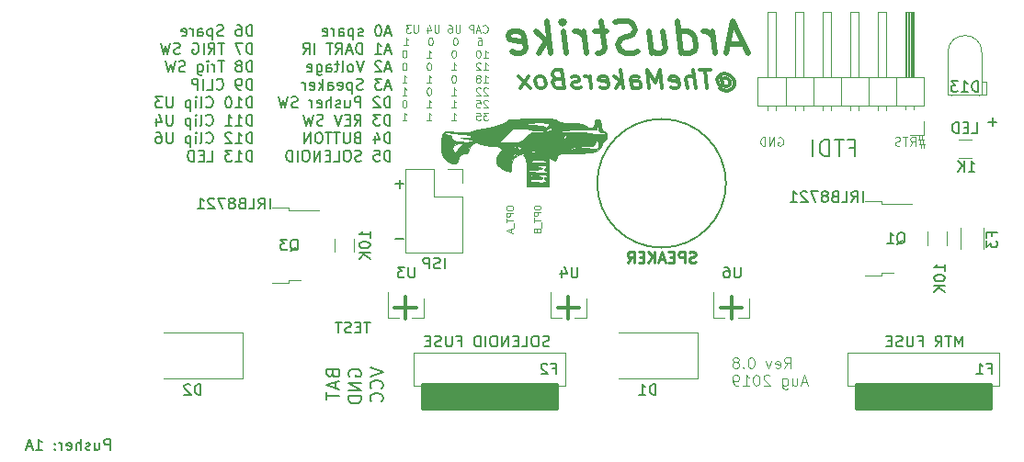
<source format=gbo>
G04 #@! TF.FileFunction,Legend,Bot*
%FSLAX46Y46*%
G04 Gerber Fmt 4.6, Leading zero omitted, Abs format (unit mm)*
G04 Created by KiCad (PCBNEW 4.0.7) date 08/24/19 10:44:38*
%MOMM*%
%LPD*%
G01*
G04 APERTURE LIST*
%ADD10C,0.100000*%
%ADD11C,0.200000*%
%ADD12C,0.300000*%
%ADD13C,0.150000*%
%ADD14C,0.500000*%
%ADD15C,0.120000*%
%ADD16C,0.010000*%
%ADD17C,0.075000*%
%ADD18C,0.222250*%
%ADD19C,0.254000*%
G04 APERTURE END LIST*
D10*
D11*
X169227524Y-117879762D02*
X169084667Y-117927381D01*
X168846571Y-117927381D01*
X168751333Y-117879762D01*
X168703714Y-117832143D01*
X168656095Y-117736905D01*
X168656095Y-117641667D01*
X168703714Y-117546429D01*
X168751333Y-117498810D01*
X168846571Y-117451190D01*
X169037048Y-117403571D01*
X169132286Y-117355952D01*
X169179905Y-117308333D01*
X169227524Y-117213095D01*
X169227524Y-117117857D01*
X169179905Y-117022619D01*
X169132286Y-116975000D01*
X169037048Y-116927381D01*
X168798952Y-116927381D01*
X168656095Y-116975000D01*
X168037048Y-116927381D02*
X167846571Y-116927381D01*
X167751333Y-116975000D01*
X167656095Y-117070238D01*
X167608476Y-117260714D01*
X167608476Y-117594048D01*
X167656095Y-117784524D01*
X167751333Y-117879762D01*
X167846571Y-117927381D01*
X168037048Y-117927381D01*
X168132286Y-117879762D01*
X168227524Y-117784524D01*
X168275143Y-117594048D01*
X168275143Y-117260714D01*
X168227524Y-117070238D01*
X168132286Y-116975000D01*
X168037048Y-116927381D01*
X166703714Y-117927381D02*
X167179905Y-117927381D01*
X167179905Y-116927381D01*
X166370381Y-117403571D02*
X166037047Y-117403571D01*
X165894190Y-117927381D02*
X166370381Y-117927381D01*
X166370381Y-116927381D01*
X165894190Y-116927381D01*
X165465619Y-117927381D02*
X165465619Y-116927381D01*
X164894190Y-117927381D01*
X164894190Y-116927381D01*
X164227524Y-116927381D02*
X164037047Y-116927381D01*
X163941809Y-116975000D01*
X163846571Y-117070238D01*
X163798952Y-117260714D01*
X163798952Y-117594048D01*
X163846571Y-117784524D01*
X163941809Y-117879762D01*
X164037047Y-117927381D01*
X164227524Y-117927381D01*
X164322762Y-117879762D01*
X164418000Y-117784524D01*
X164465619Y-117594048D01*
X164465619Y-117260714D01*
X164418000Y-117070238D01*
X164322762Y-116975000D01*
X164227524Y-116927381D01*
X163370381Y-117927381D02*
X163370381Y-116927381D01*
X162894191Y-117927381D02*
X162894191Y-116927381D01*
X162656096Y-116927381D01*
X162513238Y-116975000D01*
X162418000Y-117070238D01*
X162370381Y-117165476D01*
X162322762Y-117355952D01*
X162322762Y-117498810D01*
X162370381Y-117689286D01*
X162418000Y-117784524D01*
X162513238Y-117879762D01*
X162656096Y-117927381D01*
X162894191Y-117927381D01*
X160798952Y-117403571D02*
X161132286Y-117403571D01*
X161132286Y-117927381D02*
X161132286Y-116927381D01*
X160656095Y-116927381D01*
X160275143Y-116927381D02*
X160275143Y-117736905D01*
X160227524Y-117832143D01*
X160179905Y-117879762D01*
X160084667Y-117927381D01*
X159894190Y-117927381D01*
X159798952Y-117879762D01*
X159751333Y-117832143D01*
X159703714Y-117736905D01*
X159703714Y-116927381D01*
X159275143Y-117879762D02*
X159132286Y-117927381D01*
X158894190Y-117927381D01*
X158798952Y-117879762D01*
X158751333Y-117832143D01*
X158703714Y-117736905D01*
X158703714Y-117641667D01*
X158751333Y-117546429D01*
X158798952Y-117498810D01*
X158894190Y-117451190D01*
X159084667Y-117403571D01*
X159179905Y-117355952D01*
X159227524Y-117308333D01*
X159275143Y-117213095D01*
X159275143Y-117117857D01*
X159227524Y-117022619D01*
X159179905Y-116975000D01*
X159084667Y-116927381D01*
X158846571Y-116927381D01*
X158703714Y-116975000D01*
X158275143Y-117403571D02*
X157941809Y-117403571D01*
X157798952Y-117927381D02*
X158275143Y-117927381D01*
X158275143Y-116927381D01*
X157798952Y-116927381D01*
X155067048Y-108021429D02*
X155828953Y-108021429D01*
X128801334Y-127452381D02*
X128801334Y-126452381D01*
X128420381Y-126452381D01*
X128325143Y-126500000D01*
X128277524Y-126547619D01*
X128229905Y-126642857D01*
X128229905Y-126785714D01*
X128277524Y-126880952D01*
X128325143Y-126928571D01*
X128420381Y-126976190D01*
X128801334Y-126976190D01*
X127372762Y-126785714D02*
X127372762Y-127452381D01*
X127801334Y-126785714D02*
X127801334Y-127309524D01*
X127753715Y-127404762D01*
X127658477Y-127452381D01*
X127515619Y-127452381D01*
X127420381Y-127404762D01*
X127372762Y-127357143D01*
X126944191Y-127404762D02*
X126848953Y-127452381D01*
X126658477Y-127452381D01*
X126563238Y-127404762D01*
X126515619Y-127309524D01*
X126515619Y-127261905D01*
X126563238Y-127166667D01*
X126658477Y-127119048D01*
X126801334Y-127119048D01*
X126896572Y-127071429D01*
X126944191Y-126976190D01*
X126944191Y-126928571D01*
X126896572Y-126833333D01*
X126801334Y-126785714D01*
X126658477Y-126785714D01*
X126563238Y-126833333D01*
X126087048Y-127452381D02*
X126087048Y-126452381D01*
X125658476Y-127452381D02*
X125658476Y-126928571D01*
X125706095Y-126833333D01*
X125801333Y-126785714D01*
X125944191Y-126785714D01*
X126039429Y-126833333D01*
X126087048Y-126880952D01*
X124801333Y-127404762D02*
X124896571Y-127452381D01*
X125087048Y-127452381D01*
X125182286Y-127404762D01*
X125229905Y-127309524D01*
X125229905Y-126928571D01*
X125182286Y-126833333D01*
X125087048Y-126785714D01*
X124896571Y-126785714D01*
X124801333Y-126833333D01*
X124753714Y-126928571D01*
X124753714Y-127023810D01*
X125229905Y-127119048D01*
X124325143Y-127452381D02*
X124325143Y-126785714D01*
X124325143Y-126976190D02*
X124277524Y-126880952D01*
X124229905Y-126833333D01*
X124134667Y-126785714D01*
X124039428Y-126785714D01*
X123706095Y-127357143D02*
X123658476Y-127404762D01*
X123706095Y-127452381D01*
X123753714Y-127404762D01*
X123706095Y-127357143D01*
X123706095Y-127452381D01*
X123706095Y-126833333D02*
X123658476Y-126880952D01*
X123706095Y-126928571D01*
X123753714Y-126880952D01*
X123706095Y-126833333D01*
X123706095Y-126928571D01*
X121944190Y-127452381D02*
X122515619Y-127452381D01*
X122229905Y-127452381D02*
X122229905Y-126452381D01*
X122325143Y-126595238D01*
X122420381Y-126690476D01*
X122515619Y-126738095D01*
X121563238Y-127166667D02*
X121087047Y-127166667D01*
X121658476Y-127452381D02*
X121325143Y-126452381D01*
X120991809Y-127452381D01*
X207279905Y-117927381D02*
X207279905Y-116927381D01*
X206946571Y-117641667D01*
X206613238Y-116927381D01*
X206613238Y-117927381D01*
X206279905Y-116927381D02*
X205708476Y-116927381D01*
X205994191Y-117927381D02*
X205994191Y-116927381D01*
X204803714Y-117927381D02*
X205137048Y-117451190D01*
X205375143Y-117927381D02*
X205375143Y-116927381D01*
X204994190Y-116927381D01*
X204898952Y-116975000D01*
X204851333Y-117022619D01*
X204803714Y-117117857D01*
X204803714Y-117260714D01*
X204851333Y-117355952D01*
X204898952Y-117403571D01*
X204994190Y-117451190D01*
X205375143Y-117451190D01*
X203279904Y-117403571D02*
X203613238Y-117403571D01*
X203613238Y-117927381D02*
X203613238Y-116927381D01*
X203137047Y-116927381D01*
X202756095Y-116927381D02*
X202756095Y-117736905D01*
X202708476Y-117832143D01*
X202660857Y-117879762D01*
X202565619Y-117927381D01*
X202375142Y-117927381D01*
X202279904Y-117879762D01*
X202232285Y-117832143D01*
X202184666Y-117736905D01*
X202184666Y-116927381D01*
X201756095Y-117879762D02*
X201613238Y-117927381D01*
X201375142Y-117927381D01*
X201279904Y-117879762D01*
X201232285Y-117832143D01*
X201184666Y-117736905D01*
X201184666Y-117641667D01*
X201232285Y-117546429D01*
X201279904Y-117498810D01*
X201375142Y-117451190D01*
X201565619Y-117403571D01*
X201660857Y-117355952D01*
X201708476Y-117308333D01*
X201756095Y-117213095D01*
X201756095Y-117117857D01*
X201708476Y-117022619D01*
X201660857Y-116975000D01*
X201565619Y-116927381D01*
X201327523Y-116927381D01*
X201184666Y-116975000D01*
X200756095Y-117403571D02*
X200422761Y-117403571D01*
X200279904Y-117927381D02*
X200756095Y-117927381D01*
X200756095Y-116927381D01*
X200279904Y-116927381D01*
D10*
X163136333Y-88935000D02*
X163169667Y-88968333D01*
X163269667Y-89001667D01*
X163336333Y-89001667D01*
X163436333Y-88968333D01*
X163503000Y-88901667D01*
X163536333Y-88835000D01*
X163569667Y-88701667D01*
X163569667Y-88601667D01*
X163536333Y-88468333D01*
X163503000Y-88401667D01*
X163436333Y-88335000D01*
X163336333Y-88301667D01*
X163269667Y-88301667D01*
X163169667Y-88335000D01*
X163136333Y-88368333D01*
X162869667Y-88801667D02*
X162536333Y-88801667D01*
X162936333Y-89001667D02*
X162703000Y-88301667D01*
X162469667Y-89001667D01*
X162236333Y-89001667D02*
X162236333Y-88301667D01*
X161969667Y-88301667D01*
X161903000Y-88335000D01*
X161869667Y-88368333D01*
X161836333Y-88435000D01*
X161836333Y-88535000D01*
X161869667Y-88601667D01*
X161903000Y-88635000D01*
X161969667Y-88668333D01*
X162236333Y-88668333D01*
X161003000Y-88301667D02*
X161003000Y-88868333D01*
X160969667Y-88935000D01*
X160936334Y-88968333D01*
X160869667Y-89001667D01*
X160736334Y-89001667D01*
X160669667Y-88968333D01*
X160636334Y-88935000D01*
X160603000Y-88868333D01*
X160603000Y-88301667D01*
X159969667Y-88301667D02*
X160103001Y-88301667D01*
X160169667Y-88335000D01*
X160203001Y-88368333D01*
X160269667Y-88468333D01*
X160303001Y-88601667D01*
X160303001Y-88868333D01*
X160269667Y-88935000D01*
X160236334Y-88968333D01*
X160169667Y-89001667D01*
X160036334Y-89001667D01*
X159969667Y-88968333D01*
X159936334Y-88935000D01*
X159903001Y-88868333D01*
X159903001Y-88701667D01*
X159936334Y-88635000D01*
X159969667Y-88601667D01*
X160036334Y-88568333D01*
X160169667Y-88568333D01*
X160236334Y-88601667D01*
X160269667Y-88635000D01*
X160303001Y-88701667D01*
X159069667Y-88301667D02*
X159069667Y-88868333D01*
X159036334Y-88935000D01*
X159003001Y-88968333D01*
X158936334Y-89001667D01*
X158803001Y-89001667D01*
X158736334Y-88968333D01*
X158703001Y-88935000D01*
X158669667Y-88868333D01*
X158669667Y-88301667D01*
X158036334Y-88535000D02*
X158036334Y-89001667D01*
X158203001Y-88268333D02*
X158369668Y-88768333D01*
X157936334Y-88768333D01*
X157136334Y-88301667D02*
X157136334Y-88868333D01*
X157103001Y-88935000D01*
X157069668Y-88968333D01*
X157003001Y-89001667D01*
X156869668Y-89001667D01*
X156803001Y-88968333D01*
X156769668Y-88935000D01*
X156736334Y-88868333D01*
X156736334Y-88301667D01*
X156469668Y-88301667D02*
X156036335Y-88301667D01*
X156269668Y-88568333D01*
X156169668Y-88568333D01*
X156103001Y-88601667D01*
X156069668Y-88635000D01*
X156036335Y-88701667D01*
X156036335Y-88868333D01*
X156069668Y-88935000D01*
X156103001Y-88968333D01*
X156169668Y-89001667D01*
X156369668Y-89001667D01*
X156436335Y-88968333D01*
X156469668Y-88935000D01*
X162703000Y-89451667D02*
X162836334Y-89451667D01*
X162903000Y-89485000D01*
X162936334Y-89518333D01*
X163003000Y-89618333D01*
X163036334Y-89751667D01*
X163036334Y-90018333D01*
X163003000Y-90085000D01*
X162969667Y-90118333D01*
X162903000Y-90151667D01*
X162769667Y-90151667D01*
X162703000Y-90118333D01*
X162669667Y-90085000D01*
X162636334Y-90018333D01*
X162636334Y-89851667D01*
X162669667Y-89785000D01*
X162703000Y-89751667D01*
X162769667Y-89718333D01*
X162903000Y-89718333D01*
X162969667Y-89751667D01*
X163003000Y-89785000D01*
X163036334Y-89851667D01*
X160603001Y-89451667D02*
X160536334Y-89451667D01*
X160469668Y-89485000D01*
X160436334Y-89518333D01*
X160403001Y-89585000D01*
X160369668Y-89718333D01*
X160369668Y-89885000D01*
X160403001Y-90018333D01*
X160436334Y-90085000D01*
X160469668Y-90118333D01*
X160536334Y-90151667D01*
X160603001Y-90151667D01*
X160669668Y-90118333D01*
X160703001Y-90085000D01*
X160736334Y-90018333D01*
X160769668Y-89885000D01*
X160769668Y-89718333D01*
X160736334Y-89585000D01*
X160703001Y-89518333D01*
X160669668Y-89485000D01*
X160603001Y-89451667D01*
X158336335Y-89451667D02*
X158269668Y-89451667D01*
X158203002Y-89485000D01*
X158169668Y-89518333D01*
X158136335Y-89585000D01*
X158103002Y-89718333D01*
X158103002Y-89885000D01*
X158136335Y-90018333D01*
X158169668Y-90085000D01*
X158203002Y-90118333D01*
X158269668Y-90151667D01*
X158336335Y-90151667D01*
X158403002Y-90118333D01*
X158436335Y-90085000D01*
X158469668Y-90018333D01*
X158503002Y-89885000D01*
X158503002Y-89718333D01*
X158469668Y-89585000D01*
X158436335Y-89518333D01*
X158403002Y-89485000D01*
X158336335Y-89451667D01*
X155836336Y-90151667D02*
X156236336Y-90151667D01*
X156036336Y-90151667D02*
X156036336Y-89451667D01*
X156103002Y-89551667D01*
X156169669Y-89618333D01*
X156236336Y-89651667D01*
X163169667Y-91301667D02*
X163569667Y-91301667D01*
X163369667Y-91301667D02*
X163369667Y-90601667D01*
X163436333Y-90701667D01*
X163503000Y-90768333D01*
X163569667Y-90801667D01*
X162736333Y-90601667D02*
X162669666Y-90601667D01*
X162603000Y-90635000D01*
X162569666Y-90668333D01*
X162536333Y-90735000D01*
X162503000Y-90868333D01*
X162503000Y-91035000D01*
X162536333Y-91168333D01*
X162569666Y-91235000D01*
X162603000Y-91268333D01*
X162669666Y-91301667D01*
X162736333Y-91301667D01*
X162803000Y-91268333D01*
X162836333Y-91235000D01*
X162869666Y-91168333D01*
X162903000Y-91035000D01*
X162903000Y-90868333D01*
X162869666Y-90735000D01*
X162836333Y-90668333D01*
X162803000Y-90635000D01*
X162736333Y-90601667D01*
X160469667Y-90601667D02*
X160403000Y-90601667D01*
X160336334Y-90635000D01*
X160303000Y-90668333D01*
X160269667Y-90735000D01*
X160236334Y-90868333D01*
X160236334Y-91035000D01*
X160269667Y-91168333D01*
X160303000Y-91235000D01*
X160336334Y-91268333D01*
X160403000Y-91301667D01*
X160469667Y-91301667D01*
X160536334Y-91268333D01*
X160569667Y-91235000D01*
X160603000Y-91168333D01*
X160636334Y-91035000D01*
X160636334Y-90868333D01*
X160603000Y-90735000D01*
X160569667Y-90668333D01*
X160536334Y-90635000D01*
X160469667Y-90601667D01*
X157969668Y-91301667D02*
X158369668Y-91301667D01*
X158169668Y-91301667D02*
X158169668Y-90601667D01*
X158236334Y-90701667D01*
X158303001Y-90768333D01*
X158369668Y-90801667D01*
X155936335Y-90601667D02*
X155869668Y-90601667D01*
X155803002Y-90635000D01*
X155769668Y-90668333D01*
X155736335Y-90735000D01*
X155703002Y-90868333D01*
X155703002Y-91035000D01*
X155736335Y-91168333D01*
X155769668Y-91235000D01*
X155803002Y-91268333D01*
X155869668Y-91301667D01*
X155936335Y-91301667D01*
X156003002Y-91268333D01*
X156036335Y-91235000D01*
X156069668Y-91168333D01*
X156103002Y-91035000D01*
X156103002Y-90868333D01*
X156069668Y-90735000D01*
X156036335Y-90668333D01*
X156003002Y-90635000D01*
X155936335Y-90601667D01*
X163169667Y-92451667D02*
X163569667Y-92451667D01*
X163369667Y-92451667D02*
X163369667Y-91751667D01*
X163436333Y-91851667D01*
X163503000Y-91918333D01*
X163569667Y-91951667D01*
X162903000Y-91818333D02*
X162869666Y-91785000D01*
X162803000Y-91751667D01*
X162636333Y-91751667D01*
X162569666Y-91785000D01*
X162536333Y-91818333D01*
X162503000Y-91885000D01*
X162503000Y-91951667D01*
X162536333Y-92051667D01*
X162936333Y-92451667D01*
X162503000Y-92451667D01*
X160236334Y-92451667D02*
X160636334Y-92451667D01*
X160436334Y-92451667D02*
X160436334Y-91751667D01*
X160503000Y-91851667D01*
X160569667Y-91918333D01*
X160636334Y-91951667D01*
X158203001Y-91751667D02*
X158136334Y-91751667D01*
X158069668Y-91785000D01*
X158036334Y-91818333D01*
X158003001Y-91885000D01*
X157969668Y-92018333D01*
X157969668Y-92185000D01*
X158003001Y-92318333D01*
X158036334Y-92385000D01*
X158069668Y-92418333D01*
X158136334Y-92451667D01*
X158203001Y-92451667D01*
X158269668Y-92418333D01*
X158303001Y-92385000D01*
X158336334Y-92318333D01*
X158369668Y-92185000D01*
X158369668Y-92018333D01*
X158336334Y-91885000D01*
X158303001Y-91818333D01*
X158269668Y-91785000D01*
X158203001Y-91751667D01*
X155936335Y-91751667D02*
X155869668Y-91751667D01*
X155803002Y-91785000D01*
X155769668Y-91818333D01*
X155736335Y-91885000D01*
X155703002Y-92018333D01*
X155703002Y-92185000D01*
X155736335Y-92318333D01*
X155769668Y-92385000D01*
X155803002Y-92418333D01*
X155869668Y-92451667D01*
X155936335Y-92451667D01*
X156003002Y-92418333D01*
X156036335Y-92385000D01*
X156069668Y-92318333D01*
X156103002Y-92185000D01*
X156103002Y-92018333D01*
X156069668Y-91885000D01*
X156036335Y-91818333D01*
X156003002Y-91785000D01*
X155936335Y-91751667D01*
X163169667Y-93601667D02*
X163569667Y-93601667D01*
X163369667Y-93601667D02*
X163369667Y-92901667D01*
X163436333Y-93001667D01*
X163503000Y-93068333D01*
X163569667Y-93101667D01*
X162769666Y-93201667D02*
X162836333Y-93168333D01*
X162869666Y-93135000D01*
X162903000Y-93068333D01*
X162903000Y-93035000D01*
X162869666Y-92968333D01*
X162836333Y-92935000D01*
X162769666Y-92901667D01*
X162636333Y-92901667D01*
X162569666Y-92935000D01*
X162536333Y-92968333D01*
X162503000Y-93035000D01*
X162503000Y-93068333D01*
X162536333Y-93135000D01*
X162569666Y-93168333D01*
X162636333Y-93201667D01*
X162769666Y-93201667D01*
X162836333Y-93235000D01*
X162869666Y-93268333D01*
X162903000Y-93335000D01*
X162903000Y-93468333D01*
X162869666Y-93535000D01*
X162836333Y-93568333D01*
X162769666Y-93601667D01*
X162636333Y-93601667D01*
X162569666Y-93568333D01*
X162536333Y-93535000D01*
X162503000Y-93468333D01*
X162503000Y-93335000D01*
X162536333Y-93268333D01*
X162569666Y-93235000D01*
X162636333Y-93201667D01*
X160469667Y-92901667D02*
X160403000Y-92901667D01*
X160336334Y-92935000D01*
X160303000Y-92968333D01*
X160269667Y-93035000D01*
X160236334Y-93168333D01*
X160236334Y-93335000D01*
X160269667Y-93468333D01*
X160303000Y-93535000D01*
X160336334Y-93568333D01*
X160403000Y-93601667D01*
X160469667Y-93601667D01*
X160536334Y-93568333D01*
X160569667Y-93535000D01*
X160603000Y-93468333D01*
X160636334Y-93335000D01*
X160636334Y-93168333D01*
X160603000Y-93035000D01*
X160569667Y-92968333D01*
X160536334Y-92935000D01*
X160469667Y-92901667D01*
X157969668Y-93601667D02*
X158369668Y-93601667D01*
X158169668Y-93601667D02*
X158169668Y-92901667D01*
X158236334Y-93001667D01*
X158303001Y-93068333D01*
X158369668Y-93101667D01*
X155703002Y-93601667D02*
X156103002Y-93601667D01*
X155903002Y-93601667D02*
X155903002Y-92901667D01*
X155969668Y-93001667D01*
X156036335Y-93068333D01*
X156103002Y-93101667D01*
X163569667Y-94118333D02*
X163536333Y-94085000D01*
X163469667Y-94051667D01*
X163303000Y-94051667D01*
X163236333Y-94085000D01*
X163203000Y-94118333D01*
X163169667Y-94185000D01*
X163169667Y-94251667D01*
X163203000Y-94351667D01*
X163603000Y-94751667D01*
X163169667Y-94751667D01*
X162903000Y-94118333D02*
X162869666Y-94085000D01*
X162803000Y-94051667D01*
X162636333Y-94051667D01*
X162569666Y-94085000D01*
X162536333Y-94118333D01*
X162503000Y-94185000D01*
X162503000Y-94251667D01*
X162536333Y-94351667D01*
X162936333Y-94751667D01*
X162503000Y-94751667D01*
X160236334Y-94751667D02*
X160636334Y-94751667D01*
X160436334Y-94751667D02*
X160436334Y-94051667D01*
X160503000Y-94151667D01*
X160569667Y-94218333D01*
X160636334Y-94251667D01*
X158203001Y-94051667D02*
X158136334Y-94051667D01*
X158069668Y-94085000D01*
X158036334Y-94118333D01*
X158003001Y-94185000D01*
X157969668Y-94318333D01*
X157969668Y-94485000D01*
X158003001Y-94618333D01*
X158036334Y-94685000D01*
X158069668Y-94718333D01*
X158136334Y-94751667D01*
X158203001Y-94751667D01*
X158269668Y-94718333D01*
X158303001Y-94685000D01*
X158336334Y-94618333D01*
X158369668Y-94485000D01*
X158369668Y-94318333D01*
X158336334Y-94185000D01*
X158303001Y-94118333D01*
X158269668Y-94085000D01*
X158203001Y-94051667D01*
X155703002Y-94751667D02*
X156103002Y-94751667D01*
X155903002Y-94751667D02*
X155903002Y-94051667D01*
X155969668Y-94151667D01*
X156036335Y-94218333D01*
X156103002Y-94251667D01*
X163569667Y-95268333D02*
X163536333Y-95235000D01*
X163469667Y-95201667D01*
X163303000Y-95201667D01*
X163236333Y-95235000D01*
X163203000Y-95268333D01*
X163169667Y-95335000D01*
X163169667Y-95401667D01*
X163203000Y-95501667D01*
X163603000Y-95901667D01*
X163169667Y-95901667D01*
X162536333Y-95201667D02*
X162869666Y-95201667D01*
X162903000Y-95535000D01*
X162869666Y-95501667D01*
X162803000Y-95468333D01*
X162636333Y-95468333D01*
X162569666Y-95501667D01*
X162536333Y-95535000D01*
X162503000Y-95601667D01*
X162503000Y-95768333D01*
X162536333Y-95835000D01*
X162569666Y-95868333D01*
X162636333Y-95901667D01*
X162803000Y-95901667D01*
X162869666Y-95868333D01*
X162903000Y-95835000D01*
X160236334Y-95901667D02*
X160636334Y-95901667D01*
X160436334Y-95901667D02*
X160436334Y-95201667D01*
X160503000Y-95301667D01*
X160569667Y-95368333D01*
X160636334Y-95401667D01*
X157969668Y-95901667D02*
X158369668Y-95901667D01*
X158169668Y-95901667D02*
X158169668Y-95201667D01*
X158236334Y-95301667D01*
X158303001Y-95368333D01*
X158369668Y-95401667D01*
X155936335Y-95201667D02*
X155869668Y-95201667D01*
X155803002Y-95235000D01*
X155769668Y-95268333D01*
X155736335Y-95335000D01*
X155703002Y-95468333D01*
X155703002Y-95635000D01*
X155736335Y-95768333D01*
X155769668Y-95835000D01*
X155803002Y-95868333D01*
X155869668Y-95901667D01*
X155936335Y-95901667D01*
X156003002Y-95868333D01*
X156036335Y-95835000D01*
X156069668Y-95768333D01*
X156103002Y-95635000D01*
X156103002Y-95468333D01*
X156069668Y-95335000D01*
X156036335Y-95268333D01*
X156003002Y-95235000D01*
X155936335Y-95201667D01*
X163603000Y-96351667D02*
X163169667Y-96351667D01*
X163403000Y-96618333D01*
X163303000Y-96618333D01*
X163236333Y-96651667D01*
X163203000Y-96685000D01*
X163169667Y-96751667D01*
X163169667Y-96918333D01*
X163203000Y-96985000D01*
X163236333Y-97018333D01*
X163303000Y-97051667D01*
X163503000Y-97051667D01*
X163569667Y-97018333D01*
X163603000Y-96985000D01*
X162536333Y-96351667D02*
X162869666Y-96351667D01*
X162903000Y-96685000D01*
X162869666Y-96651667D01*
X162803000Y-96618333D01*
X162636333Y-96618333D01*
X162569666Y-96651667D01*
X162536333Y-96685000D01*
X162503000Y-96751667D01*
X162503000Y-96918333D01*
X162536333Y-96985000D01*
X162569666Y-97018333D01*
X162636333Y-97051667D01*
X162803000Y-97051667D01*
X162869666Y-97018333D01*
X162903000Y-96985000D01*
X160236334Y-97051667D02*
X160636334Y-97051667D01*
X160436334Y-97051667D02*
X160436334Y-96351667D01*
X160503000Y-96451667D01*
X160569667Y-96518333D01*
X160636334Y-96551667D01*
X157969668Y-97051667D02*
X158369668Y-97051667D01*
X158169668Y-97051667D02*
X158169668Y-96351667D01*
X158236334Y-96451667D01*
X158303001Y-96518333D01*
X158369668Y-96551667D01*
X155703002Y-97051667D02*
X156103002Y-97051667D01*
X155903002Y-97051667D02*
X155903002Y-96351667D01*
X155969668Y-96451667D01*
X156036335Y-96518333D01*
X156103002Y-96551667D01*
D11*
X149298286Y-120446714D02*
X149355429Y-120618143D01*
X149412571Y-120675286D01*
X149526857Y-120732429D01*
X149698286Y-120732429D01*
X149812571Y-120675286D01*
X149869714Y-120618143D01*
X149926857Y-120503857D01*
X149926857Y-120046714D01*
X148726857Y-120046714D01*
X148726857Y-120446714D01*
X148784000Y-120561000D01*
X148841143Y-120618143D01*
X148955429Y-120675286D01*
X149069714Y-120675286D01*
X149184000Y-120618143D01*
X149241143Y-120561000D01*
X149298286Y-120446714D01*
X149298286Y-120046714D01*
X149584000Y-121189571D02*
X149584000Y-121761000D01*
X149926857Y-121075286D02*
X148726857Y-121475286D01*
X149926857Y-121875286D01*
X148726857Y-122103857D02*
X148726857Y-122789571D01*
X149926857Y-122446714D02*
X148726857Y-122446714D01*
X150784000Y-120675286D02*
X150726857Y-120561000D01*
X150726857Y-120389571D01*
X150784000Y-120218143D01*
X150898286Y-120103857D01*
X151012571Y-120046714D01*
X151241143Y-119989571D01*
X151412571Y-119989571D01*
X151641143Y-120046714D01*
X151755429Y-120103857D01*
X151869714Y-120218143D01*
X151926857Y-120389571D01*
X151926857Y-120503857D01*
X151869714Y-120675286D01*
X151812571Y-120732429D01*
X151412571Y-120732429D01*
X151412571Y-120503857D01*
X151926857Y-121246714D02*
X150726857Y-121246714D01*
X151926857Y-121932429D01*
X150726857Y-121932429D01*
X151926857Y-122503857D02*
X150726857Y-122503857D01*
X150726857Y-122789572D01*
X150784000Y-122961000D01*
X150898286Y-123075286D01*
X151012571Y-123132429D01*
X151241143Y-123189572D01*
X151412571Y-123189572D01*
X151641143Y-123132429D01*
X151755429Y-123075286D01*
X151869714Y-122961000D01*
X151926857Y-122789572D01*
X151926857Y-122503857D01*
X152726857Y-119875286D02*
X153926857Y-120275286D01*
X152726857Y-120675286D01*
X153812571Y-121761000D02*
X153869714Y-121703857D01*
X153926857Y-121532428D01*
X153926857Y-121418142D01*
X153869714Y-121246714D01*
X153755429Y-121132428D01*
X153641143Y-121075285D01*
X153412571Y-121018142D01*
X153241143Y-121018142D01*
X153012571Y-121075285D01*
X152898286Y-121132428D01*
X152784000Y-121246714D01*
X152726857Y-121418142D01*
X152726857Y-121532428D01*
X152784000Y-121703857D01*
X152841143Y-121761000D01*
X153812571Y-122961000D02*
X153869714Y-122903857D01*
X153926857Y-122732428D01*
X153926857Y-122618142D01*
X153869714Y-122446714D01*
X153755429Y-122332428D01*
X153641143Y-122275285D01*
X153412571Y-122218142D01*
X153241143Y-122218142D01*
X153012571Y-122275285D01*
X152898286Y-122332428D01*
X152784000Y-122446714D01*
X152726857Y-122618142D01*
X152726857Y-122732428D01*
X152784000Y-122903857D01*
X152841143Y-122961000D01*
X155067048Y-102941429D02*
X155828953Y-102941429D01*
X155448001Y-103322381D02*
X155448001Y-102560476D01*
D12*
X184998000Y-114365000D02*
X186998000Y-114365000D01*
X185998000Y-113365000D02*
X185998000Y-115365000D01*
X169998000Y-114365000D02*
X171998000Y-114365000D01*
X170998000Y-113365000D02*
X170998000Y-115365000D01*
X154998000Y-114365000D02*
X156998000Y-114365000D01*
X155998000Y-113365000D02*
X155998000Y-115365000D01*
D10*
X203771333Y-98888571D02*
X203199904Y-98888571D01*
X203542762Y-98545714D02*
X203771333Y-99574286D01*
X203276095Y-99231429D02*
X203847524Y-99231429D01*
X203504666Y-99574286D02*
X203276095Y-98545714D01*
X202476095Y-99421905D02*
X202742762Y-99040952D01*
X202933238Y-99421905D02*
X202933238Y-98621905D01*
X202628476Y-98621905D01*
X202552285Y-98660000D01*
X202514190Y-98698095D01*
X202476095Y-98774286D01*
X202476095Y-98888571D01*
X202514190Y-98964762D01*
X202552285Y-99002857D01*
X202628476Y-99040952D01*
X202933238Y-99040952D01*
X202247524Y-98621905D02*
X201790381Y-98621905D01*
X202018952Y-99421905D02*
X202018952Y-98621905D01*
X201561809Y-99383810D02*
X201447523Y-99421905D01*
X201257047Y-99421905D01*
X201180857Y-99383810D01*
X201142761Y-99345714D01*
X201104666Y-99269524D01*
X201104666Y-99193333D01*
X201142761Y-99117143D01*
X201180857Y-99079048D01*
X201257047Y-99040952D01*
X201409428Y-99002857D01*
X201485619Y-98964762D01*
X201523714Y-98926667D01*
X201561809Y-98850476D01*
X201561809Y-98774286D01*
X201523714Y-98698095D01*
X201485619Y-98660000D01*
X201409428Y-98621905D01*
X201218952Y-98621905D01*
X201104666Y-98660000D01*
D13*
X141874905Y-89292381D02*
X141874905Y-88292381D01*
X141636810Y-88292381D01*
X141493952Y-88340000D01*
X141398714Y-88435238D01*
X141351095Y-88530476D01*
X141303476Y-88720952D01*
X141303476Y-88863810D01*
X141351095Y-89054286D01*
X141398714Y-89149524D01*
X141493952Y-89244762D01*
X141636810Y-89292381D01*
X141874905Y-89292381D01*
X140446333Y-88292381D02*
X140636810Y-88292381D01*
X140732048Y-88340000D01*
X140779667Y-88387619D01*
X140874905Y-88530476D01*
X140922524Y-88720952D01*
X140922524Y-89101905D01*
X140874905Y-89197143D01*
X140827286Y-89244762D01*
X140732048Y-89292381D01*
X140541571Y-89292381D01*
X140446333Y-89244762D01*
X140398714Y-89197143D01*
X140351095Y-89101905D01*
X140351095Y-88863810D01*
X140398714Y-88768571D01*
X140446333Y-88720952D01*
X140541571Y-88673333D01*
X140732048Y-88673333D01*
X140827286Y-88720952D01*
X140874905Y-88768571D01*
X140922524Y-88863810D01*
X139208238Y-89244762D02*
X139065381Y-89292381D01*
X138827285Y-89292381D01*
X138732047Y-89244762D01*
X138684428Y-89197143D01*
X138636809Y-89101905D01*
X138636809Y-89006667D01*
X138684428Y-88911429D01*
X138732047Y-88863810D01*
X138827285Y-88816190D01*
X139017762Y-88768571D01*
X139113000Y-88720952D01*
X139160619Y-88673333D01*
X139208238Y-88578095D01*
X139208238Y-88482857D01*
X139160619Y-88387619D01*
X139113000Y-88340000D01*
X139017762Y-88292381D01*
X138779666Y-88292381D01*
X138636809Y-88340000D01*
X138208238Y-88625714D02*
X138208238Y-89625714D01*
X138208238Y-88673333D02*
X138113000Y-88625714D01*
X137922523Y-88625714D01*
X137827285Y-88673333D01*
X137779666Y-88720952D01*
X137732047Y-88816190D01*
X137732047Y-89101905D01*
X137779666Y-89197143D01*
X137827285Y-89244762D01*
X137922523Y-89292381D01*
X138113000Y-89292381D01*
X138208238Y-89244762D01*
X136874904Y-89292381D02*
X136874904Y-88768571D01*
X136922523Y-88673333D01*
X137017761Y-88625714D01*
X137208238Y-88625714D01*
X137303476Y-88673333D01*
X136874904Y-89244762D02*
X136970142Y-89292381D01*
X137208238Y-89292381D01*
X137303476Y-89244762D01*
X137351095Y-89149524D01*
X137351095Y-89054286D01*
X137303476Y-88959048D01*
X137208238Y-88911429D01*
X136970142Y-88911429D01*
X136874904Y-88863810D01*
X136398714Y-89292381D02*
X136398714Y-88625714D01*
X136398714Y-88816190D02*
X136351095Y-88720952D01*
X136303476Y-88673333D01*
X136208238Y-88625714D01*
X136112999Y-88625714D01*
X135398713Y-89244762D02*
X135493951Y-89292381D01*
X135684428Y-89292381D01*
X135779666Y-89244762D01*
X135827285Y-89149524D01*
X135827285Y-88768571D01*
X135779666Y-88673333D01*
X135684428Y-88625714D01*
X135493951Y-88625714D01*
X135398713Y-88673333D01*
X135351094Y-88768571D01*
X135351094Y-88863810D01*
X135827285Y-88959048D01*
X141874905Y-90942381D02*
X141874905Y-89942381D01*
X141636810Y-89942381D01*
X141493952Y-89990000D01*
X141398714Y-90085238D01*
X141351095Y-90180476D01*
X141303476Y-90370952D01*
X141303476Y-90513810D01*
X141351095Y-90704286D01*
X141398714Y-90799524D01*
X141493952Y-90894762D01*
X141636810Y-90942381D01*
X141874905Y-90942381D01*
X140970143Y-89942381D02*
X140303476Y-89942381D01*
X140732048Y-90942381D01*
X139303476Y-89942381D02*
X138732047Y-89942381D01*
X139017762Y-90942381D02*
X139017762Y-89942381D01*
X137827285Y-90942381D02*
X138160619Y-90466190D01*
X138398714Y-90942381D02*
X138398714Y-89942381D01*
X138017761Y-89942381D01*
X137922523Y-89990000D01*
X137874904Y-90037619D01*
X137827285Y-90132857D01*
X137827285Y-90275714D01*
X137874904Y-90370952D01*
X137922523Y-90418571D01*
X138017761Y-90466190D01*
X138398714Y-90466190D01*
X137398714Y-90942381D02*
X137398714Y-89942381D01*
X136398714Y-89990000D02*
X136493952Y-89942381D01*
X136636809Y-89942381D01*
X136779667Y-89990000D01*
X136874905Y-90085238D01*
X136922524Y-90180476D01*
X136970143Y-90370952D01*
X136970143Y-90513810D01*
X136922524Y-90704286D01*
X136874905Y-90799524D01*
X136779667Y-90894762D01*
X136636809Y-90942381D01*
X136541571Y-90942381D01*
X136398714Y-90894762D01*
X136351095Y-90847143D01*
X136351095Y-90513810D01*
X136541571Y-90513810D01*
X135208238Y-90894762D02*
X135065381Y-90942381D01*
X134827285Y-90942381D01*
X134732047Y-90894762D01*
X134684428Y-90847143D01*
X134636809Y-90751905D01*
X134636809Y-90656667D01*
X134684428Y-90561429D01*
X134732047Y-90513810D01*
X134827285Y-90466190D01*
X135017762Y-90418571D01*
X135113000Y-90370952D01*
X135160619Y-90323333D01*
X135208238Y-90228095D01*
X135208238Y-90132857D01*
X135160619Y-90037619D01*
X135113000Y-89990000D01*
X135017762Y-89942381D01*
X134779666Y-89942381D01*
X134636809Y-89990000D01*
X134303476Y-89942381D02*
X134065381Y-90942381D01*
X133874904Y-90228095D01*
X133684428Y-90942381D01*
X133446333Y-89942381D01*
X141874905Y-92592381D02*
X141874905Y-91592381D01*
X141636810Y-91592381D01*
X141493952Y-91640000D01*
X141398714Y-91735238D01*
X141351095Y-91830476D01*
X141303476Y-92020952D01*
X141303476Y-92163810D01*
X141351095Y-92354286D01*
X141398714Y-92449524D01*
X141493952Y-92544762D01*
X141636810Y-92592381D01*
X141874905Y-92592381D01*
X140732048Y-92020952D02*
X140827286Y-91973333D01*
X140874905Y-91925714D01*
X140922524Y-91830476D01*
X140922524Y-91782857D01*
X140874905Y-91687619D01*
X140827286Y-91640000D01*
X140732048Y-91592381D01*
X140541571Y-91592381D01*
X140446333Y-91640000D01*
X140398714Y-91687619D01*
X140351095Y-91782857D01*
X140351095Y-91830476D01*
X140398714Y-91925714D01*
X140446333Y-91973333D01*
X140541571Y-92020952D01*
X140732048Y-92020952D01*
X140827286Y-92068571D01*
X140874905Y-92116190D01*
X140922524Y-92211429D01*
X140922524Y-92401905D01*
X140874905Y-92497143D01*
X140827286Y-92544762D01*
X140732048Y-92592381D01*
X140541571Y-92592381D01*
X140446333Y-92544762D01*
X140398714Y-92497143D01*
X140351095Y-92401905D01*
X140351095Y-92211429D01*
X140398714Y-92116190D01*
X140446333Y-92068571D01*
X140541571Y-92020952D01*
X139303476Y-91592381D02*
X138732047Y-91592381D01*
X139017762Y-92592381D02*
X139017762Y-91592381D01*
X138398714Y-92592381D02*
X138398714Y-91925714D01*
X138398714Y-92116190D02*
X138351095Y-92020952D01*
X138303476Y-91973333D01*
X138208238Y-91925714D01*
X138112999Y-91925714D01*
X137779666Y-92592381D02*
X137779666Y-91925714D01*
X137779666Y-91592381D02*
X137827285Y-91640000D01*
X137779666Y-91687619D01*
X137732047Y-91640000D01*
X137779666Y-91592381D01*
X137779666Y-91687619D01*
X136874904Y-91925714D02*
X136874904Y-92735238D01*
X136922523Y-92830476D01*
X136970142Y-92878095D01*
X137065381Y-92925714D01*
X137208238Y-92925714D01*
X137303476Y-92878095D01*
X136874904Y-92544762D02*
X136970142Y-92592381D01*
X137160619Y-92592381D01*
X137255857Y-92544762D01*
X137303476Y-92497143D01*
X137351095Y-92401905D01*
X137351095Y-92116190D01*
X137303476Y-92020952D01*
X137255857Y-91973333D01*
X137160619Y-91925714D01*
X136970142Y-91925714D01*
X136874904Y-91973333D01*
X135684428Y-92544762D02*
X135541571Y-92592381D01*
X135303475Y-92592381D01*
X135208237Y-92544762D01*
X135160618Y-92497143D01*
X135112999Y-92401905D01*
X135112999Y-92306667D01*
X135160618Y-92211429D01*
X135208237Y-92163810D01*
X135303475Y-92116190D01*
X135493952Y-92068571D01*
X135589190Y-92020952D01*
X135636809Y-91973333D01*
X135684428Y-91878095D01*
X135684428Y-91782857D01*
X135636809Y-91687619D01*
X135589190Y-91640000D01*
X135493952Y-91592381D01*
X135255856Y-91592381D01*
X135112999Y-91640000D01*
X134779666Y-91592381D02*
X134541571Y-92592381D01*
X134351094Y-91878095D01*
X134160618Y-92592381D01*
X133922523Y-91592381D01*
X141874905Y-94242381D02*
X141874905Y-93242381D01*
X141636810Y-93242381D01*
X141493952Y-93290000D01*
X141398714Y-93385238D01*
X141351095Y-93480476D01*
X141303476Y-93670952D01*
X141303476Y-93813810D01*
X141351095Y-94004286D01*
X141398714Y-94099524D01*
X141493952Y-94194762D01*
X141636810Y-94242381D01*
X141874905Y-94242381D01*
X140827286Y-94242381D02*
X140636810Y-94242381D01*
X140541571Y-94194762D01*
X140493952Y-94147143D01*
X140398714Y-94004286D01*
X140351095Y-93813810D01*
X140351095Y-93432857D01*
X140398714Y-93337619D01*
X140446333Y-93290000D01*
X140541571Y-93242381D01*
X140732048Y-93242381D01*
X140827286Y-93290000D01*
X140874905Y-93337619D01*
X140922524Y-93432857D01*
X140922524Y-93670952D01*
X140874905Y-93766190D01*
X140827286Y-93813810D01*
X140732048Y-93861429D01*
X140541571Y-93861429D01*
X140446333Y-93813810D01*
X140398714Y-93766190D01*
X140351095Y-93670952D01*
X138589190Y-94147143D02*
X138636809Y-94194762D01*
X138779666Y-94242381D01*
X138874904Y-94242381D01*
X139017762Y-94194762D01*
X139113000Y-94099524D01*
X139160619Y-94004286D01*
X139208238Y-93813810D01*
X139208238Y-93670952D01*
X139160619Y-93480476D01*
X139113000Y-93385238D01*
X139017762Y-93290000D01*
X138874904Y-93242381D01*
X138779666Y-93242381D01*
X138636809Y-93290000D01*
X138589190Y-93337619D01*
X137684428Y-94242381D02*
X138160619Y-94242381D01*
X138160619Y-93242381D01*
X137351095Y-94242381D02*
X137351095Y-93242381D01*
X136874905Y-94242381D02*
X136874905Y-93242381D01*
X136493952Y-93242381D01*
X136398714Y-93290000D01*
X136351095Y-93337619D01*
X136303476Y-93432857D01*
X136303476Y-93575714D01*
X136351095Y-93670952D01*
X136398714Y-93718571D01*
X136493952Y-93766190D01*
X136874905Y-93766190D01*
X141874905Y-95892381D02*
X141874905Y-94892381D01*
X141636810Y-94892381D01*
X141493952Y-94940000D01*
X141398714Y-95035238D01*
X141351095Y-95130476D01*
X141303476Y-95320952D01*
X141303476Y-95463810D01*
X141351095Y-95654286D01*
X141398714Y-95749524D01*
X141493952Y-95844762D01*
X141636810Y-95892381D01*
X141874905Y-95892381D01*
X140351095Y-95892381D02*
X140922524Y-95892381D01*
X140636810Y-95892381D02*
X140636810Y-94892381D01*
X140732048Y-95035238D01*
X140827286Y-95130476D01*
X140922524Y-95178095D01*
X139732048Y-94892381D02*
X139636809Y-94892381D01*
X139541571Y-94940000D01*
X139493952Y-94987619D01*
X139446333Y-95082857D01*
X139398714Y-95273333D01*
X139398714Y-95511429D01*
X139446333Y-95701905D01*
X139493952Y-95797143D01*
X139541571Y-95844762D01*
X139636809Y-95892381D01*
X139732048Y-95892381D01*
X139827286Y-95844762D01*
X139874905Y-95797143D01*
X139922524Y-95701905D01*
X139970143Y-95511429D01*
X139970143Y-95273333D01*
X139922524Y-95082857D01*
X139874905Y-94987619D01*
X139827286Y-94940000D01*
X139732048Y-94892381D01*
X137636809Y-95797143D02*
X137684428Y-95844762D01*
X137827285Y-95892381D01*
X137922523Y-95892381D01*
X138065381Y-95844762D01*
X138160619Y-95749524D01*
X138208238Y-95654286D01*
X138255857Y-95463810D01*
X138255857Y-95320952D01*
X138208238Y-95130476D01*
X138160619Y-95035238D01*
X138065381Y-94940000D01*
X137922523Y-94892381D01*
X137827285Y-94892381D01*
X137684428Y-94940000D01*
X137636809Y-94987619D01*
X137065381Y-95892381D02*
X137160619Y-95844762D01*
X137208238Y-95749524D01*
X137208238Y-94892381D01*
X136684428Y-95892381D02*
X136684428Y-95225714D01*
X136684428Y-94892381D02*
X136732047Y-94940000D01*
X136684428Y-94987619D01*
X136636809Y-94940000D01*
X136684428Y-94892381D01*
X136684428Y-94987619D01*
X136208238Y-95225714D02*
X136208238Y-96225714D01*
X136208238Y-95273333D02*
X136113000Y-95225714D01*
X135922523Y-95225714D01*
X135827285Y-95273333D01*
X135779666Y-95320952D01*
X135732047Y-95416190D01*
X135732047Y-95701905D01*
X135779666Y-95797143D01*
X135827285Y-95844762D01*
X135922523Y-95892381D01*
X136113000Y-95892381D01*
X136208238Y-95844762D01*
X134541571Y-94892381D02*
X134541571Y-95701905D01*
X134493952Y-95797143D01*
X134446333Y-95844762D01*
X134351095Y-95892381D01*
X134160618Y-95892381D01*
X134065380Y-95844762D01*
X134017761Y-95797143D01*
X133970142Y-95701905D01*
X133970142Y-94892381D01*
X133589190Y-94892381D02*
X132970142Y-94892381D01*
X133303476Y-95273333D01*
X133160618Y-95273333D01*
X133065380Y-95320952D01*
X133017761Y-95368571D01*
X132970142Y-95463810D01*
X132970142Y-95701905D01*
X133017761Y-95797143D01*
X133065380Y-95844762D01*
X133160618Y-95892381D01*
X133446333Y-95892381D01*
X133541571Y-95844762D01*
X133589190Y-95797143D01*
X141874905Y-97542381D02*
X141874905Y-96542381D01*
X141636810Y-96542381D01*
X141493952Y-96590000D01*
X141398714Y-96685238D01*
X141351095Y-96780476D01*
X141303476Y-96970952D01*
X141303476Y-97113810D01*
X141351095Y-97304286D01*
X141398714Y-97399524D01*
X141493952Y-97494762D01*
X141636810Y-97542381D01*
X141874905Y-97542381D01*
X140351095Y-97542381D02*
X140922524Y-97542381D01*
X140636810Y-97542381D02*
X140636810Y-96542381D01*
X140732048Y-96685238D01*
X140827286Y-96780476D01*
X140922524Y-96828095D01*
X139398714Y-97542381D02*
X139970143Y-97542381D01*
X139684429Y-97542381D02*
X139684429Y-96542381D01*
X139779667Y-96685238D01*
X139874905Y-96780476D01*
X139970143Y-96828095D01*
X137636809Y-97447143D02*
X137684428Y-97494762D01*
X137827285Y-97542381D01*
X137922523Y-97542381D01*
X138065381Y-97494762D01*
X138160619Y-97399524D01*
X138208238Y-97304286D01*
X138255857Y-97113810D01*
X138255857Y-96970952D01*
X138208238Y-96780476D01*
X138160619Y-96685238D01*
X138065381Y-96590000D01*
X137922523Y-96542381D01*
X137827285Y-96542381D01*
X137684428Y-96590000D01*
X137636809Y-96637619D01*
X137065381Y-97542381D02*
X137160619Y-97494762D01*
X137208238Y-97399524D01*
X137208238Y-96542381D01*
X136684428Y-97542381D02*
X136684428Y-96875714D01*
X136684428Y-96542381D02*
X136732047Y-96590000D01*
X136684428Y-96637619D01*
X136636809Y-96590000D01*
X136684428Y-96542381D01*
X136684428Y-96637619D01*
X136208238Y-96875714D02*
X136208238Y-97875714D01*
X136208238Y-96923333D02*
X136113000Y-96875714D01*
X135922523Y-96875714D01*
X135827285Y-96923333D01*
X135779666Y-96970952D01*
X135732047Y-97066190D01*
X135732047Y-97351905D01*
X135779666Y-97447143D01*
X135827285Y-97494762D01*
X135922523Y-97542381D01*
X136113000Y-97542381D01*
X136208238Y-97494762D01*
X134541571Y-96542381D02*
X134541571Y-97351905D01*
X134493952Y-97447143D01*
X134446333Y-97494762D01*
X134351095Y-97542381D01*
X134160618Y-97542381D01*
X134065380Y-97494762D01*
X134017761Y-97447143D01*
X133970142Y-97351905D01*
X133970142Y-96542381D01*
X133065380Y-96875714D02*
X133065380Y-97542381D01*
X133303476Y-96494762D02*
X133541571Y-97209048D01*
X132922523Y-97209048D01*
X141874905Y-99192381D02*
X141874905Y-98192381D01*
X141636810Y-98192381D01*
X141493952Y-98240000D01*
X141398714Y-98335238D01*
X141351095Y-98430476D01*
X141303476Y-98620952D01*
X141303476Y-98763810D01*
X141351095Y-98954286D01*
X141398714Y-99049524D01*
X141493952Y-99144762D01*
X141636810Y-99192381D01*
X141874905Y-99192381D01*
X140351095Y-99192381D02*
X140922524Y-99192381D01*
X140636810Y-99192381D02*
X140636810Y-98192381D01*
X140732048Y-98335238D01*
X140827286Y-98430476D01*
X140922524Y-98478095D01*
X139970143Y-98287619D02*
X139922524Y-98240000D01*
X139827286Y-98192381D01*
X139589190Y-98192381D01*
X139493952Y-98240000D01*
X139446333Y-98287619D01*
X139398714Y-98382857D01*
X139398714Y-98478095D01*
X139446333Y-98620952D01*
X140017762Y-99192381D01*
X139398714Y-99192381D01*
X137636809Y-99097143D02*
X137684428Y-99144762D01*
X137827285Y-99192381D01*
X137922523Y-99192381D01*
X138065381Y-99144762D01*
X138160619Y-99049524D01*
X138208238Y-98954286D01*
X138255857Y-98763810D01*
X138255857Y-98620952D01*
X138208238Y-98430476D01*
X138160619Y-98335238D01*
X138065381Y-98240000D01*
X137922523Y-98192381D01*
X137827285Y-98192381D01*
X137684428Y-98240000D01*
X137636809Y-98287619D01*
X137065381Y-99192381D02*
X137160619Y-99144762D01*
X137208238Y-99049524D01*
X137208238Y-98192381D01*
X136684428Y-99192381D02*
X136684428Y-98525714D01*
X136684428Y-98192381D02*
X136732047Y-98240000D01*
X136684428Y-98287619D01*
X136636809Y-98240000D01*
X136684428Y-98192381D01*
X136684428Y-98287619D01*
X136208238Y-98525714D02*
X136208238Y-99525714D01*
X136208238Y-98573333D02*
X136113000Y-98525714D01*
X135922523Y-98525714D01*
X135827285Y-98573333D01*
X135779666Y-98620952D01*
X135732047Y-98716190D01*
X135732047Y-99001905D01*
X135779666Y-99097143D01*
X135827285Y-99144762D01*
X135922523Y-99192381D01*
X136113000Y-99192381D01*
X136208238Y-99144762D01*
X134541571Y-98192381D02*
X134541571Y-99001905D01*
X134493952Y-99097143D01*
X134446333Y-99144762D01*
X134351095Y-99192381D01*
X134160618Y-99192381D01*
X134065380Y-99144762D01*
X134017761Y-99097143D01*
X133970142Y-99001905D01*
X133970142Y-98192381D01*
X133065380Y-98192381D02*
X133255857Y-98192381D01*
X133351095Y-98240000D01*
X133398714Y-98287619D01*
X133493952Y-98430476D01*
X133541571Y-98620952D01*
X133541571Y-99001905D01*
X133493952Y-99097143D01*
X133446333Y-99144762D01*
X133351095Y-99192381D01*
X133160618Y-99192381D01*
X133065380Y-99144762D01*
X133017761Y-99097143D01*
X132970142Y-99001905D01*
X132970142Y-98763810D01*
X133017761Y-98668571D01*
X133065380Y-98620952D01*
X133160618Y-98573333D01*
X133351095Y-98573333D01*
X133446333Y-98620952D01*
X133493952Y-98668571D01*
X133541571Y-98763810D01*
X141874905Y-100842381D02*
X141874905Y-99842381D01*
X141636810Y-99842381D01*
X141493952Y-99890000D01*
X141398714Y-99985238D01*
X141351095Y-100080476D01*
X141303476Y-100270952D01*
X141303476Y-100413810D01*
X141351095Y-100604286D01*
X141398714Y-100699524D01*
X141493952Y-100794762D01*
X141636810Y-100842381D01*
X141874905Y-100842381D01*
X140351095Y-100842381D02*
X140922524Y-100842381D01*
X140636810Y-100842381D02*
X140636810Y-99842381D01*
X140732048Y-99985238D01*
X140827286Y-100080476D01*
X140922524Y-100128095D01*
X140017762Y-99842381D02*
X139398714Y-99842381D01*
X139732048Y-100223333D01*
X139589190Y-100223333D01*
X139493952Y-100270952D01*
X139446333Y-100318571D01*
X139398714Y-100413810D01*
X139398714Y-100651905D01*
X139446333Y-100747143D01*
X139493952Y-100794762D01*
X139589190Y-100842381D01*
X139874905Y-100842381D01*
X139970143Y-100794762D01*
X140017762Y-100747143D01*
X137732047Y-100842381D02*
X138208238Y-100842381D01*
X138208238Y-99842381D01*
X137398714Y-100318571D02*
X137065380Y-100318571D01*
X136922523Y-100842381D02*
X137398714Y-100842381D01*
X137398714Y-99842381D01*
X136922523Y-99842381D01*
X136493952Y-100842381D02*
X136493952Y-99842381D01*
X136255857Y-99842381D01*
X136112999Y-99890000D01*
X136017761Y-99985238D01*
X135970142Y-100080476D01*
X135922523Y-100270952D01*
X135922523Y-100413810D01*
X135970142Y-100604286D01*
X136017761Y-100699524D01*
X136112999Y-100794762D01*
X136255857Y-100842381D01*
X136493952Y-100842381D01*
D11*
X210438952Y-97226429D02*
X209677047Y-97226429D01*
X210057999Y-97607381D02*
X210057999Y-96845476D01*
D13*
X154622524Y-89006667D02*
X154146333Y-89006667D01*
X154717762Y-89292381D02*
X154384429Y-88292381D01*
X154051095Y-89292381D01*
X153527286Y-88292381D02*
X153432047Y-88292381D01*
X153336809Y-88340000D01*
X153289190Y-88387619D01*
X153241571Y-88482857D01*
X153193952Y-88673333D01*
X153193952Y-88911429D01*
X153241571Y-89101905D01*
X153289190Y-89197143D01*
X153336809Y-89244762D01*
X153432047Y-89292381D01*
X153527286Y-89292381D01*
X153622524Y-89244762D01*
X153670143Y-89197143D01*
X153717762Y-89101905D01*
X153765381Y-88911429D01*
X153765381Y-88673333D01*
X153717762Y-88482857D01*
X153670143Y-88387619D01*
X153622524Y-88340000D01*
X153527286Y-88292381D01*
X152051095Y-89244762D02*
X151955857Y-89292381D01*
X151765381Y-89292381D01*
X151670142Y-89244762D01*
X151622523Y-89149524D01*
X151622523Y-89101905D01*
X151670142Y-89006667D01*
X151765381Y-88959048D01*
X151908238Y-88959048D01*
X152003476Y-88911429D01*
X152051095Y-88816190D01*
X152051095Y-88768571D01*
X152003476Y-88673333D01*
X151908238Y-88625714D01*
X151765381Y-88625714D01*
X151670142Y-88673333D01*
X151193952Y-88625714D02*
X151193952Y-89625714D01*
X151193952Y-88673333D02*
X151098714Y-88625714D01*
X150908237Y-88625714D01*
X150812999Y-88673333D01*
X150765380Y-88720952D01*
X150717761Y-88816190D01*
X150717761Y-89101905D01*
X150765380Y-89197143D01*
X150812999Y-89244762D01*
X150908237Y-89292381D01*
X151098714Y-89292381D01*
X151193952Y-89244762D01*
X149860618Y-89292381D02*
X149860618Y-88768571D01*
X149908237Y-88673333D01*
X150003475Y-88625714D01*
X150193952Y-88625714D01*
X150289190Y-88673333D01*
X149860618Y-89244762D02*
X149955856Y-89292381D01*
X150193952Y-89292381D01*
X150289190Y-89244762D01*
X150336809Y-89149524D01*
X150336809Y-89054286D01*
X150289190Y-88959048D01*
X150193952Y-88911429D01*
X149955856Y-88911429D01*
X149860618Y-88863810D01*
X149384428Y-89292381D02*
X149384428Y-88625714D01*
X149384428Y-88816190D02*
X149336809Y-88720952D01*
X149289190Y-88673333D01*
X149193952Y-88625714D01*
X149098713Y-88625714D01*
X148384427Y-89244762D02*
X148479665Y-89292381D01*
X148670142Y-89292381D01*
X148765380Y-89244762D01*
X148812999Y-89149524D01*
X148812999Y-88768571D01*
X148765380Y-88673333D01*
X148670142Y-88625714D01*
X148479665Y-88625714D01*
X148384427Y-88673333D01*
X148336808Y-88768571D01*
X148336808Y-88863810D01*
X148812999Y-88959048D01*
X154622524Y-90656667D02*
X154146333Y-90656667D01*
X154717762Y-90942381D02*
X154384429Y-89942381D01*
X154051095Y-90942381D01*
X153193952Y-90942381D02*
X153765381Y-90942381D01*
X153479667Y-90942381D02*
X153479667Y-89942381D01*
X153574905Y-90085238D01*
X153670143Y-90180476D01*
X153765381Y-90228095D01*
X152003476Y-90942381D02*
X152003476Y-89942381D01*
X151765381Y-89942381D01*
X151622523Y-89990000D01*
X151527285Y-90085238D01*
X151479666Y-90180476D01*
X151432047Y-90370952D01*
X151432047Y-90513810D01*
X151479666Y-90704286D01*
X151527285Y-90799524D01*
X151622523Y-90894762D01*
X151765381Y-90942381D01*
X152003476Y-90942381D01*
X151051095Y-90656667D02*
X150574904Y-90656667D01*
X151146333Y-90942381D02*
X150813000Y-89942381D01*
X150479666Y-90942381D01*
X149574904Y-90942381D02*
X149908238Y-90466190D01*
X150146333Y-90942381D02*
X150146333Y-89942381D01*
X149765380Y-89942381D01*
X149670142Y-89990000D01*
X149622523Y-90037619D01*
X149574904Y-90132857D01*
X149574904Y-90275714D01*
X149622523Y-90370952D01*
X149670142Y-90418571D01*
X149765380Y-90466190D01*
X150146333Y-90466190D01*
X149289190Y-89942381D02*
X148717761Y-89942381D01*
X149003476Y-90942381D02*
X149003476Y-89942381D01*
X147622523Y-90942381D02*
X147622523Y-89942381D01*
X146574904Y-90942381D02*
X146908238Y-90466190D01*
X147146333Y-90942381D02*
X147146333Y-89942381D01*
X146765380Y-89942381D01*
X146670142Y-89990000D01*
X146622523Y-90037619D01*
X146574904Y-90132857D01*
X146574904Y-90275714D01*
X146622523Y-90370952D01*
X146670142Y-90418571D01*
X146765380Y-90466190D01*
X147146333Y-90466190D01*
X154622524Y-92306667D02*
X154146333Y-92306667D01*
X154717762Y-92592381D02*
X154384429Y-91592381D01*
X154051095Y-92592381D01*
X153765381Y-91687619D02*
X153717762Y-91640000D01*
X153622524Y-91592381D01*
X153384428Y-91592381D01*
X153289190Y-91640000D01*
X153241571Y-91687619D01*
X153193952Y-91782857D01*
X153193952Y-91878095D01*
X153241571Y-92020952D01*
X153813000Y-92592381D01*
X153193952Y-92592381D01*
X152146333Y-91592381D02*
X151813000Y-92592381D01*
X151479666Y-91592381D01*
X151003476Y-92592381D02*
X151098714Y-92544762D01*
X151146333Y-92497143D01*
X151193952Y-92401905D01*
X151193952Y-92116190D01*
X151146333Y-92020952D01*
X151098714Y-91973333D01*
X151003476Y-91925714D01*
X150860618Y-91925714D01*
X150765380Y-91973333D01*
X150717761Y-92020952D01*
X150670142Y-92116190D01*
X150670142Y-92401905D01*
X150717761Y-92497143D01*
X150765380Y-92544762D01*
X150860618Y-92592381D01*
X151003476Y-92592381D01*
X150098714Y-92592381D02*
X150193952Y-92544762D01*
X150241571Y-92449524D01*
X150241571Y-91592381D01*
X149860618Y-91925714D02*
X149479666Y-91925714D01*
X149717761Y-91592381D02*
X149717761Y-92449524D01*
X149670142Y-92544762D01*
X149574904Y-92592381D01*
X149479666Y-92592381D01*
X148717760Y-92592381D02*
X148717760Y-92068571D01*
X148765379Y-91973333D01*
X148860617Y-91925714D01*
X149051094Y-91925714D01*
X149146332Y-91973333D01*
X148717760Y-92544762D02*
X148812998Y-92592381D01*
X149051094Y-92592381D01*
X149146332Y-92544762D01*
X149193951Y-92449524D01*
X149193951Y-92354286D01*
X149146332Y-92259048D01*
X149051094Y-92211429D01*
X148812998Y-92211429D01*
X148717760Y-92163810D01*
X147812998Y-91925714D02*
X147812998Y-92735238D01*
X147860617Y-92830476D01*
X147908236Y-92878095D01*
X148003475Y-92925714D01*
X148146332Y-92925714D01*
X148241570Y-92878095D01*
X147812998Y-92544762D02*
X147908236Y-92592381D01*
X148098713Y-92592381D01*
X148193951Y-92544762D01*
X148241570Y-92497143D01*
X148289189Y-92401905D01*
X148289189Y-92116190D01*
X148241570Y-92020952D01*
X148193951Y-91973333D01*
X148098713Y-91925714D01*
X147908236Y-91925714D01*
X147812998Y-91973333D01*
X146955855Y-92544762D02*
X147051093Y-92592381D01*
X147241570Y-92592381D01*
X147336808Y-92544762D01*
X147384427Y-92449524D01*
X147384427Y-92068571D01*
X147336808Y-91973333D01*
X147241570Y-91925714D01*
X147051093Y-91925714D01*
X146955855Y-91973333D01*
X146908236Y-92068571D01*
X146908236Y-92163810D01*
X147384427Y-92259048D01*
X154622524Y-93956667D02*
X154146333Y-93956667D01*
X154717762Y-94242381D02*
X154384429Y-93242381D01*
X154051095Y-94242381D01*
X153813000Y-93242381D02*
X153193952Y-93242381D01*
X153527286Y-93623333D01*
X153384428Y-93623333D01*
X153289190Y-93670952D01*
X153241571Y-93718571D01*
X153193952Y-93813810D01*
X153193952Y-94051905D01*
X153241571Y-94147143D01*
X153289190Y-94194762D01*
X153384428Y-94242381D01*
X153670143Y-94242381D01*
X153765381Y-94194762D01*
X153813000Y-94147143D01*
X152051095Y-94194762D02*
X151908238Y-94242381D01*
X151670142Y-94242381D01*
X151574904Y-94194762D01*
X151527285Y-94147143D01*
X151479666Y-94051905D01*
X151479666Y-93956667D01*
X151527285Y-93861429D01*
X151574904Y-93813810D01*
X151670142Y-93766190D01*
X151860619Y-93718571D01*
X151955857Y-93670952D01*
X152003476Y-93623333D01*
X152051095Y-93528095D01*
X152051095Y-93432857D01*
X152003476Y-93337619D01*
X151955857Y-93290000D01*
X151860619Y-93242381D01*
X151622523Y-93242381D01*
X151479666Y-93290000D01*
X151051095Y-93575714D02*
X151051095Y-94575714D01*
X151051095Y-93623333D02*
X150955857Y-93575714D01*
X150765380Y-93575714D01*
X150670142Y-93623333D01*
X150622523Y-93670952D01*
X150574904Y-93766190D01*
X150574904Y-94051905D01*
X150622523Y-94147143D01*
X150670142Y-94194762D01*
X150765380Y-94242381D01*
X150955857Y-94242381D01*
X151051095Y-94194762D01*
X149765380Y-94194762D02*
X149860618Y-94242381D01*
X150051095Y-94242381D01*
X150146333Y-94194762D01*
X150193952Y-94099524D01*
X150193952Y-93718571D01*
X150146333Y-93623333D01*
X150051095Y-93575714D01*
X149860618Y-93575714D01*
X149765380Y-93623333D01*
X149717761Y-93718571D01*
X149717761Y-93813810D01*
X150193952Y-93909048D01*
X148860618Y-94242381D02*
X148860618Y-93718571D01*
X148908237Y-93623333D01*
X149003475Y-93575714D01*
X149193952Y-93575714D01*
X149289190Y-93623333D01*
X148860618Y-94194762D02*
X148955856Y-94242381D01*
X149193952Y-94242381D01*
X149289190Y-94194762D01*
X149336809Y-94099524D01*
X149336809Y-94004286D01*
X149289190Y-93909048D01*
X149193952Y-93861429D01*
X148955856Y-93861429D01*
X148860618Y-93813810D01*
X148384428Y-94242381D02*
X148384428Y-93242381D01*
X148289190Y-93861429D02*
X148003475Y-94242381D01*
X148003475Y-93575714D02*
X148384428Y-93956667D01*
X147193951Y-94194762D02*
X147289189Y-94242381D01*
X147479666Y-94242381D01*
X147574904Y-94194762D01*
X147622523Y-94099524D01*
X147622523Y-93718571D01*
X147574904Y-93623333D01*
X147479666Y-93575714D01*
X147289189Y-93575714D01*
X147193951Y-93623333D01*
X147146332Y-93718571D01*
X147146332Y-93813810D01*
X147622523Y-93909048D01*
X146717761Y-94242381D02*
X146717761Y-93575714D01*
X146717761Y-93766190D02*
X146670142Y-93670952D01*
X146622523Y-93623333D01*
X146527285Y-93575714D01*
X146432046Y-93575714D01*
X154574905Y-95892381D02*
X154574905Y-94892381D01*
X154336810Y-94892381D01*
X154193952Y-94940000D01*
X154098714Y-95035238D01*
X154051095Y-95130476D01*
X154003476Y-95320952D01*
X154003476Y-95463810D01*
X154051095Y-95654286D01*
X154098714Y-95749524D01*
X154193952Y-95844762D01*
X154336810Y-95892381D01*
X154574905Y-95892381D01*
X153622524Y-94987619D02*
X153574905Y-94940000D01*
X153479667Y-94892381D01*
X153241571Y-94892381D01*
X153146333Y-94940000D01*
X153098714Y-94987619D01*
X153051095Y-95082857D01*
X153051095Y-95178095D01*
X153098714Y-95320952D01*
X153670143Y-95892381D01*
X153051095Y-95892381D01*
X151860619Y-95892381D02*
X151860619Y-94892381D01*
X151479666Y-94892381D01*
X151384428Y-94940000D01*
X151336809Y-94987619D01*
X151289190Y-95082857D01*
X151289190Y-95225714D01*
X151336809Y-95320952D01*
X151384428Y-95368571D01*
X151479666Y-95416190D01*
X151860619Y-95416190D01*
X150432047Y-95225714D02*
X150432047Y-95892381D01*
X150860619Y-95225714D02*
X150860619Y-95749524D01*
X150813000Y-95844762D01*
X150717762Y-95892381D01*
X150574904Y-95892381D01*
X150479666Y-95844762D01*
X150432047Y-95797143D01*
X150003476Y-95844762D02*
X149908238Y-95892381D01*
X149717762Y-95892381D01*
X149622523Y-95844762D01*
X149574904Y-95749524D01*
X149574904Y-95701905D01*
X149622523Y-95606667D01*
X149717762Y-95559048D01*
X149860619Y-95559048D01*
X149955857Y-95511429D01*
X150003476Y-95416190D01*
X150003476Y-95368571D01*
X149955857Y-95273333D01*
X149860619Y-95225714D01*
X149717762Y-95225714D01*
X149622523Y-95273333D01*
X149146333Y-95892381D02*
X149146333Y-94892381D01*
X148717761Y-95892381D02*
X148717761Y-95368571D01*
X148765380Y-95273333D01*
X148860618Y-95225714D01*
X149003476Y-95225714D01*
X149098714Y-95273333D01*
X149146333Y-95320952D01*
X147860618Y-95844762D02*
X147955856Y-95892381D01*
X148146333Y-95892381D01*
X148241571Y-95844762D01*
X148289190Y-95749524D01*
X148289190Y-95368571D01*
X148241571Y-95273333D01*
X148146333Y-95225714D01*
X147955856Y-95225714D01*
X147860618Y-95273333D01*
X147812999Y-95368571D01*
X147812999Y-95463810D01*
X148289190Y-95559048D01*
X147384428Y-95892381D02*
X147384428Y-95225714D01*
X147384428Y-95416190D02*
X147336809Y-95320952D01*
X147289190Y-95273333D01*
X147193952Y-95225714D01*
X147098713Y-95225714D01*
X146051094Y-95844762D02*
X145908237Y-95892381D01*
X145670141Y-95892381D01*
X145574903Y-95844762D01*
X145527284Y-95797143D01*
X145479665Y-95701905D01*
X145479665Y-95606667D01*
X145527284Y-95511429D01*
X145574903Y-95463810D01*
X145670141Y-95416190D01*
X145860618Y-95368571D01*
X145955856Y-95320952D01*
X146003475Y-95273333D01*
X146051094Y-95178095D01*
X146051094Y-95082857D01*
X146003475Y-94987619D01*
X145955856Y-94940000D01*
X145860618Y-94892381D01*
X145622522Y-94892381D01*
X145479665Y-94940000D01*
X145146332Y-94892381D02*
X144908237Y-95892381D01*
X144717760Y-95178095D01*
X144527284Y-95892381D01*
X144289189Y-94892381D01*
X154574905Y-97542381D02*
X154574905Y-96542381D01*
X154336810Y-96542381D01*
X154193952Y-96590000D01*
X154098714Y-96685238D01*
X154051095Y-96780476D01*
X154003476Y-96970952D01*
X154003476Y-97113810D01*
X154051095Y-97304286D01*
X154098714Y-97399524D01*
X154193952Y-97494762D01*
X154336810Y-97542381D01*
X154574905Y-97542381D01*
X153670143Y-96542381D02*
X153051095Y-96542381D01*
X153384429Y-96923333D01*
X153241571Y-96923333D01*
X153146333Y-96970952D01*
X153098714Y-97018571D01*
X153051095Y-97113810D01*
X153051095Y-97351905D01*
X153098714Y-97447143D01*
X153146333Y-97494762D01*
X153241571Y-97542381D01*
X153527286Y-97542381D01*
X153622524Y-97494762D01*
X153670143Y-97447143D01*
X151289190Y-97542381D02*
X151622524Y-97066190D01*
X151860619Y-97542381D02*
X151860619Y-96542381D01*
X151479666Y-96542381D01*
X151384428Y-96590000D01*
X151336809Y-96637619D01*
X151289190Y-96732857D01*
X151289190Y-96875714D01*
X151336809Y-96970952D01*
X151384428Y-97018571D01*
X151479666Y-97066190D01*
X151860619Y-97066190D01*
X150860619Y-97018571D02*
X150527285Y-97018571D01*
X150384428Y-97542381D02*
X150860619Y-97542381D01*
X150860619Y-96542381D01*
X150384428Y-96542381D01*
X150098714Y-96542381D02*
X149765381Y-97542381D01*
X149432047Y-96542381D01*
X148384428Y-97494762D02*
X148241571Y-97542381D01*
X148003475Y-97542381D01*
X147908237Y-97494762D01*
X147860618Y-97447143D01*
X147812999Y-97351905D01*
X147812999Y-97256667D01*
X147860618Y-97161429D01*
X147908237Y-97113810D01*
X148003475Y-97066190D01*
X148193952Y-97018571D01*
X148289190Y-96970952D01*
X148336809Y-96923333D01*
X148384428Y-96828095D01*
X148384428Y-96732857D01*
X148336809Y-96637619D01*
X148289190Y-96590000D01*
X148193952Y-96542381D01*
X147955856Y-96542381D01*
X147812999Y-96590000D01*
X147479666Y-96542381D02*
X147241571Y-97542381D01*
X147051094Y-96828095D01*
X146860618Y-97542381D01*
X146622523Y-96542381D01*
X154574905Y-99192381D02*
X154574905Y-98192381D01*
X154336810Y-98192381D01*
X154193952Y-98240000D01*
X154098714Y-98335238D01*
X154051095Y-98430476D01*
X154003476Y-98620952D01*
X154003476Y-98763810D01*
X154051095Y-98954286D01*
X154098714Y-99049524D01*
X154193952Y-99144762D01*
X154336810Y-99192381D01*
X154574905Y-99192381D01*
X153146333Y-98525714D02*
X153146333Y-99192381D01*
X153384429Y-98144762D02*
X153622524Y-98859048D01*
X153003476Y-98859048D01*
X151527285Y-98668571D02*
X151384428Y-98716190D01*
X151336809Y-98763810D01*
X151289190Y-98859048D01*
X151289190Y-99001905D01*
X151336809Y-99097143D01*
X151384428Y-99144762D01*
X151479666Y-99192381D01*
X151860619Y-99192381D01*
X151860619Y-98192381D01*
X151527285Y-98192381D01*
X151432047Y-98240000D01*
X151384428Y-98287619D01*
X151336809Y-98382857D01*
X151336809Y-98478095D01*
X151384428Y-98573333D01*
X151432047Y-98620952D01*
X151527285Y-98668571D01*
X151860619Y-98668571D01*
X150860619Y-98192381D02*
X150860619Y-99001905D01*
X150813000Y-99097143D01*
X150765381Y-99144762D01*
X150670143Y-99192381D01*
X150479666Y-99192381D01*
X150384428Y-99144762D01*
X150336809Y-99097143D01*
X150289190Y-99001905D01*
X150289190Y-98192381D01*
X149955857Y-98192381D02*
X149384428Y-98192381D01*
X149670143Y-99192381D02*
X149670143Y-98192381D01*
X149193952Y-98192381D02*
X148622523Y-98192381D01*
X148908238Y-99192381D02*
X148908238Y-98192381D01*
X148098714Y-98192381D02*
X147908237Y-98192381D01*
X147812999Y-98240000D01*
X147717761Y-98335238D01*
X147670142Y-98525714D01*
X147670142Y-98859048D01*
X147717761Y-99049524D01*
X147812999Y-99144762D01*
X147908237Y-99192381D01*
X148098714Y-99192381D01*
X148193952Y-99144762D01*
X148289190Y-99049524D01*
X148336809Y-98859048D01*
X148336809Y-98525714D01*
X148289190Y-98335238D01*
X148193952Y-98240000D01*
X148098714Y-98192381D01*
X147241571Y-99192381D02*
X147241571Y-98192381D01*
X146670142Y-99192381D01*
X146670142Y-98192381D01*
X154574905Y-100842381D02*
X154574905Y-99842381D01*
X154336810Y-99842381D01*
X154193952Y-99890000D01*
X154098714Y-99985238D01*
X154051095Y-100080476D01*
X154003476Y-100270952D01*
X154003476Y-100413810D01*
X154051095Y-100604286D01*
X154098714Y-100699524D01*
X154193952Y-100794762D01*
X154336810Y-100842381D01*
X154574905Y-100842381D01*
X153098714Y-99842381D02*
X153574905Y-99842381D01*
X153622524Y-100318571D01*
X153574905Y-100270952D01*
X153479667Y-100223333D01*
X153241571Y-100223333D01*
X153146333Y-100270952D01*
X153098714Y-100318571D01*
X153051095Y-100413810D01*
X153051095Y-100651905D01*
X153098714Y-100747143D01*
X153146333Y-100794762D01*
X153241571Y-100842381D01*
X153479667Y-100842381D01*
X153574905Y-100794762D01*
X153622524Y-100747143D01*
X151908238Y-100794762D02*
X151765381Y-100842381D01*
X151527285Y-100842381D01*
X151432047Y-100794762D01*
X151384428Y-100747143D01*
X151336809Y-100651905D01*
X151336809Y-100556667D01*
X151384428Y-100461429D01*
X151432047Y-100413810D01*
X151527285Y-100366190D01*
X151717762Y-100318571D01*
X151813000Y-100270952D01*
X151860619Y-100223333D01*
X151908238Y-100128095D01*
X151908238Y-100032857D01*
X151860619Y-99937619D01*
X151813000Y-99890000D01*
X151717762Y-99842381D01*
X151479666Y-99842381D01*
X151336809Y-99890000D01*
X150717762Y-99842381D02*
X150527285Y-99842381D01*
X150432047Y-99890000D01*
X150336809Y-99985238D01*
X150289190Y-100175714D01*
X150289190Y-100509048D01*
X150336809Y-100699524D01*
X150432047Y-100794762D01*
X150527285Y-100842381D01*
X150717762Y-100842381D01*
X150813000Y-100794762D01*
X150908238Y-100699524D01*
X150955857Y-100509048D01*
X150955857Y-100175714D01*
X150908238Y-99985238D01*
X150813000Y-99890000D01*
X150717762Y-99842381D01*
X149384428Y-100842381D02*
X149860619Y-100842381D01*
X149860619Y-99842381D01*
X149051095Y-100318571D02*
X148717761Y-100318571D01*
X148574904Y-100842381D02*
X149051095Y-100842381D01*
X149051095Y-99842381D01*
X148574904Y-99842381D01*
X148146333Y-100842381D02*
X148146333Y-99842381D01*
X147574904Y-100842381D01*
X147574904Y-99842381D01*
X146908238Y-99842381D02*
X146717761Y-99842381D01*
X146622523Y-99890000D01*
X146527285Y-99985238D01*
X146479666Y-100175714D01*
X146479666Y-100509048D01*
X146527285Y-100699524D01*
X146622523Y-100794762D01*
X146717761Y-100842381D01*
X146908238Y-100842381D01*
X147003476Y-100794762D01*
X147098714Y-100699524D01*
X147146333Y-100509048D01*
X147146333Y-100175714D01*
X147098714Y-99985238D01*
X147003476Y-99890000D01*
X146908238Y-99842381D01*
X146051095Y-100842381D02*
X146051095Y-99842381D01*
X145574905Y-100842381D02*
X145574905Y-99842381D01*
X145336810Y-99842381D01*
X145193952Y-99890000D01*
X145098714Y-99985238D01*
X145051095Y-100080476D01*
X145003476Y-100270952D01*
X145003476Y-100413810D01*
X145051095Y-100604286D01*
X145098714Y-100699524D01*
X145193952Y-100794762D01*
X145336810Y-100842381D01*
X145574905Y-100842381D01*
D11*
X196917285Y-99587857D02*
X197417285Y-99587857D01*
X197417285Y-100373571D02*
X197417285Y-98873571D01*
X196702999Y-98873571D01*
X196345857Y-98873571D02*
X195488714Y-98873571D01*
X195917285Y-100373571D02*
X195917285Y-98873571D01*
X194988714Y-100373571D02*
X194988714Y-98873571D01*
X194631571Y-98873571D01*
X194417286Y-98945000D01*
X194274428Y-99087857D01*
X194203000Y-99230714D01*
X194131571Y-99516429D01*
X194131571Y-99730714D01*
X194203000Y-100016429D01*
X194274428Y-100159286D01*
X194417286Y-100302143D01*
X194631571Y-100373571D01*
X194988714Y-100373571D01*
X193488714Y-100373571D02*
X193488714Y-98873571D01*
D10*
X190347523Y-98660000D02*
X190423714Y-98621905D01*
X190537999Y-98621905D01*
X190652285Y-98660000D01*
X190728476Y-98736190D01*
X190766571Y-98812381D01*
X190804666Y-98964762D01*
X190804666Y-99079048D01*
X190766571Y-99231429D01*
X190728476Y-99307619D01*
X190652285Y-99383810D01*
X190537999Y-99421905D01*
X190461809Y-99421905D01*
X190347523Y-99383810D01*
X190309428Y-99345714D01*
X190309428Y-99079048D01*
X190461809Y-99079048D01*
X189966571Y-99421905D02*
X189966571Y-98621905D01*
X189509428Y-99421905D01*
X189509428Y-98621905D01*
X189128476Y-99421905D02*
X189128476Y-98621905D01*
X188938000Y-98621905D01*
X188823714Y-98660000D01*
X188747523Y-98736190D01*
X188709428Y-98812381D01*
X188671333Y-98964762D01*
X188671333Y-99079048D01*
X188709428Y-99231429D01*
X188747523Y-99307619D01*
X188823714Y-99383810D01*
X188938000Y-99421905D01*
X189128476Y-99421905D01*
D12*
X185106125Y-93303333D02*
X185179041Y-93220000D01*
X185335291Y-93136667D01*
X185501958Y-93136667D01*
X185679041Y-93220000D01*
X185772792Y-93303333D01*
X185876958Y-93470000D01*
X185897791Y-93636667D01*
X185835292Y-93803333D01*
X185762374Y-93886667D01*
X185606125Y-93970000D01*
X185439458Y-93970000D01*
X185262374Y-93886667D01*
X185168625Y-93803333D01*
X185085291Y-93136667D02*
X185168625Y-93803333D01*
X185095708Y-93886667D01*
X185012374Y-93886667D01*
X184835292Y-93803333D01*
X184731124Y-93636667D01*
X184679041Y-93220000D01*
X184814458Y-92970000D01*
X185043625Y-92803333D01*
X185366541Y-92720000D01*
X185710292Y-92803333D01*
X185981125Y-92970000D01*
X186179041Y-93220000D01*
X186304042Y-93553333D01*
X186262374Y-93886667D01*
X186126958Y-94136667D01*
X185897792Y-94303333D01*
X185574874Y-94386667D01*
X185231125Y-94303333D01*
X184960291Y-94136667D01*
X184074874Y-92386667D02*
X183074874Y-92386667D01*
X183793624Y-94136667D02*
X183574874Y-92386667D01*
X182710291Y-94136667D02*
X182491541Y-92386667D01*
X181960291Y-94136667D02*
X181845708Y-93220000D01*
X181908209Y-93053333D01*
X182064458Y-92970000D01*
X182314458Y-92970000D01*
X182491542Y-93053333D01*
X182585291Y-93136667D01*
X180449876Y-94053333D02*
X180626958Y-94136667D01*
X180960292Y-94136667D01*
X181116542Y-94053333D01*
X181179042Y-93886667D01*
X181095709Y-93220000D01*
X180991542Y-93053333D01*
X180814459Y-92970000D01*
X180481125Y-92970000D01*
X180324876Y-93053333D01*
X180262375Y-93220000D01*
X180283208Y-93386667D01*
X181137376Y-93553333D01*
X179626958Y-94136667D02*
X179408208Y-92386667D01*
X178981125Y-93636667D01*
X178241542Y-92386667D01*
X178460292Y-94136667D01*
X176876958Y-94136667D02*
X176762375Y-93220000D01*
X176824876Y-93053333D01*
X176981125Y-92970000D01*
X177314459Y-92970000D01*
X177491542Y-93053333D01*
X176866542Y-94053333D02*
X177043625Y-94136667D01*
X177460292Y-94136667D01*
X177616542Y-94053333D01*
X177679042Y-93886667D01*
X177658209Y-93720000D01*
X177554042Y-93553333D01*
X177376959Y-93470000D01*
X176960292Y-93470000D01*
X176783208Y-93386667D01*
X176043625Y-94136667D02*
X175824875Y-92386667D01*
X175793626Y-93470000D02*
X175376959Y-94136667D01*
X175231126Y-92970000D02*
X175981125Y-93636667D01*
X173949876Y-94053333D02*
X174126958Y-94136667D01*
X174460292Y-94136667D01*
X174616542Y-94053333D01*
X174679042Y-93886667D01*
X174595709Y-93220000D01*
X174491542Y-93053333D01*
X174314459Y-92970000D01*
X173981125Y-92970000D01*
X173824876Y-93053333D01*
X173762375Y-93220000D01*
X173783208Y-93386667D01*
X174637376Y-93553333D01*
X173126958Y-94136667D02*
X172981125Y-92970000D01*
X173022792Y-93303333D02*
X172918625Y-93136667D01*
X172824876Y-93053333D01*
X172647792Y-92970000D01*
X172481125Y-92970000D01*
X172116543Y-94053333D02*
X171960292Y-94136667D01*
X171626959Y-94136667D01*
X171449876Y-94053333D01*
X171345709Y-93886667D01*
X171335293Y-93803333D01*
X171397792Y-93636667D01*
X171554043Y-93553333D01*
X171804043Y-93553333D01*
X171960292Y-93470000D01*
X172022793Y-93303333D01*
X172012376Y-93220000D01*
X171908209Y-93053333D01*
X171731126Y-92970000D01*
X171481126Y-92970000D01*
X171324876Y-93053333D01*
X169929042Y-93220000D02*
X169689459Y-93303333D01*
X169616542Y-93386667D01*
X169554042Y-93553333D01*
X169585292Y-93803333D01*
X169689459Y-93970000D01*
X169783209Y-94053333D01*
X169960292Y-94136667D01*
X170626958Y-94136667D01*
X170408208Y-92386667D01*
X169824875Y-92386667D01*
X169668625Y-92470000D01*
X169595709Y-92553333D01*
X169533209Y-92720000D01*
X169554042Y-92886667D01*
X169658209Y-93053333D01*
X169751958Y-93136667D01*
X169929042Y-93220000D01*
X170512375Y-93220000D01*
X168626958Y-94136667D02*
X168783209Y-94053333D01*
X168856125Y-93970000D01*
X168918626Y-93803333D01*
X168856126Y-93303333D01*
X168751958Y-93136667D01*
X168658209Y-93053333D01*
X168481125Y-92970000D01*
X168231125Y-92970000D01*
X168074876Y-93053333D01*
X168001958Y-93136667D01*
X167939459Y-93303333D01*
X168001959Y-93803333D01*
X168106125Y-93970000D01*
X168199876Y-94053333D01*
X168376958Y-94136667D01*
X168626958Y-94136667D01*
X167460292Y-94136667D02*
X166397792Y-92970000D01*
X167314459Y-92970000D02*
X166543625Y-94136667D01*
D14*
X187136571Y-90035000D02*
X185708000Y-90035000D01*
X187529429Y-90892143D02*
X186154429Y-87892143D01*
X185529429Y-90892143D01*
X184529428Y-90892143D02*
X184279428Y-88892143D01*
X184350856Y-89463571D02*
X184172285Y-89177857D01*
X184011571Y-89035000D01*
X183708000Y-88892143D01*
X183422285Y-88892143D01*
X181386571Y-90892143D02*
X181011571Y-87892143D01*
X181368714Y-90749286D02*
X181672285Y-90892143D01*
X182243714Y-90892143D01*
X182511571Y-90749286D01*
X182636571Y-90606429D01*
X182743713Y-90320714D01*
X182636570Y-89463571D01*
X182457999Y-89177857D01*
X182297285Y-89035000D01*
X181993714Y-88892143D01*
X181422285Y-88892143D01*
X181154428Y-89035000D01*
X178422285Y-88892143D02*
X178672285Y-90892143D01*
X179707999Y-88892143D02*
X179904427Y-90463571D01*
X179797285Y-90749286D01*
X179529428Y-90892143D01*
X179100856Y-90892143D01*
X178797285Y-90749286D01*
X178636571Y-90606429D01*
X177368713Y-90749286D02*
X176957999Y-90892143D01*
X176243713Y-90892143D01*
X175940142Y-90749286D01*
X175779428Y-90606429D01*
X175600856Y-90320714D01*
X175565142Y-90035000D01*
X175672285Y-89749286D01*
X175797285Y-89606429D01*
X176065141Y-89463571D01*
X176618713Y-89320714D01*
X176886570Y-89177857D01*
X177011570Y-89035000D01*
X177118713Y-88749286D01*
X177082998Y-88463571D01*
X176904427Y-88177857D01*
X176743713Y-88035000D01*
X176440142Y-87892143D01*
X175725856Y-87892143D01*
X175315142Y-88035000D01*
X174565142Y-88892143D02*
X173422285Y-88892143D01*
X174011570Y-87892143D02*
X174332998Y-90463571D01*
X174225856Y-90749286D01*
X173957999Y-90892143D01*
X173672285Y-90892143D01*
X172672284Y-90892143D02*
X172422284Y-88892143D01*
X172493712Y-89463571D02*
X172315141Y-89177857D01*
X172154427Y-89035000D01*
X171850856Y-88892143D01*
X171565141Y-88892143D01*
X170815141Y-90892143D02*
X170565141Y-88892143D01*
X170440141Y-87892143D02*
X170600855Y-88035000D01*
X170475855Y-88177857D01*
X170315141Y-88035000D01*
X170440141Y-87892143D01*
X170475855Y-88177857D01*
X169386570Y-90892143D02*
X169011570Y-87892143D01*
X168957999Y-89749286D02*
X168243713Y-90892143D01*
X167993713Y-88892143D02*
X169279427Y-90035000D01*
X165797285Y-90749286D02*
X166100856Y-90892143D01*
X166672285Y-90892143D01*
X166940142Y-90749286D01*
X167047284Y-90463571D01*
X166904427Y-89320714D01*
X166725856Y-89035000D01*
X166422285Y-88892143D01*
X165850856Y-88892143D01*
X165582999Y-89035000D01*
X165475856Y-89320714D01*
X165511571Y-89606429D01*
X166975856Y-89892143D01*
D10*
X190880381Y-119921381D02*
X191213715Y-119445190D01*
X191451810Y-119921381D02*
X191451810Y-118921381D01*
X191070857Y-118921381D01*
X190975619Y-118969000D01*
X190928000Y-119016619D01*
X190880381Y-119111857D01*
X190880381Y-119254714D01*
X190928000Y-119349952D01*
X190975619Y-119397571D01*
X191070857Y-119445190D01*
X191451810Y-119445190D01*
X190070857Y-119873762D02*
X190166095Y-119921381D01*
X190356572Y-119921381D01*
X190451810Y-119873762D01*
X190499429Y-119778524D01*
X190499429Y-119397571D01*
X190451810Y-119302333D01*
X190356572Y-119254714D01*
X190166095Y-119254714D01*
X190070857Y-119302333D01*
X190023238Y-119397571D01*
X190023238Y-119492810D01*
X190499429Y-119588048D01*
X189689905Y-119254714D02*
X189451810Y-119921381D01*
X189213714Y-119254714D01*
X187880381Y-118921381D02*
X187785142Y-118921381D01*
X187689904Y-118969000D01*
X187642285Y-119016619D01*
X187594666Y-119111857D01*
X187547047Y-119302333D01*
X187547047Y-119540429D01*
X187594666Y-119730905D01*
X187642285Y-119826143D01*
X187689904Y-119873762D01*
X187785142Y-119921381D01*
X187880381Y-119921381D01*
X187975619Y-119873762D01*
X188023238Y-119826143D01*
X188070857Y-119730905D01*
X188118476Y-119540429D01*
X188118476Y-119302333D01*
X188070857Y-119111857D01*
X188023238Y-119016619D01*
X187975619Y-118969000D01*
X187880381Y-118921381D01*
X187118476Y-119826143D02*
X187070857Y-119873762D01*
X187118476Y-119921381D01*
X187166095Y-119873762D01*
X187118476Y-119826143D01*
X187118476Y-119921381D01*
X186499429Y-119349952D02*
X186594667Y-119302333D01*
X186642286Y-119254714D01*
X186689905Y-119159476D01*
X186689905Y-119111857D01*
X186642286Y-119016619D01*
X186594667Y-118969000D01*
X186499429Y-118921381D01*
X186308952Y-118921381D01*
X186213714Y-118969000D01*
X186166095Y-119016619D01*
X186118476Y-119111857D01*
X186118476Y-119159476D01*
X186166095Y-119254714D01*
X186213714Y-119302333D01*
X186308952Y-119349952D01*
X186499429Y-119349952D01*
X186594667Y-119397571D01*
X186642286Y-119445190D01*
X186689905Y-119540429D01*
X186689905Y-119730905D01*
X186642286Y-119826143D01*
X186594667Y-119873762D01*
X186499429Y-119921381D01*
X186308952Y-119921381D01*
X186213714Y-119873762D01*
X186166095Y-119826143D01*
X186118476Y-119730905D01*
X186118476Y-119540429D01*
X186166095Y-119445190D01*
X186213714Y-119397571D01*
X186308952Y-119349952D01*
X192975620Y-121235667D02*
X192499429Y-121235667D01*
X193070858Y-121521381D02*
X192737525Y-120521381D01*
X192404191Y-121521381D01*
X191642286Y-120854714D02*
X191642286Y-121521381D01*
X192070858Y-120854714D02*
X192070858Y-121378524D01*
X192023239Y-121473762D01*
X191928001Y-121521381D01*
X191785143Y-121521381D01*
X191689905Y-121473762D01*
X191642286Y-121426143D01*
X190737524Y-120854714D02*
X190737524Y-121664238D01*
X190785143Y-121759476D01*
X190832762Y-121807095D01*
X190928001Y-121854714D01*
X191070858Y-121854714D01*
X191166096Y-121807095D01*
X190737524Y-121473762D02*
X190832762Y-121521381D01*
X191023239Y-121521381D01*
X191118477Y-121473762D01*
X191166096Y-121426143D01*
X191213715Y-121330905D01*
X191213715Y-121045190D01*
X191166096Y-120949952D01*
X191118477Y-120902333D01*
X191023239Y-120854714D01*
X190832762Y-120854714D01*
X190737524Y-120902333D01*
X189547048Y-120616619D02*
X189499429Y-120569000D01*
X189404191Y-120521381D01*
X189166095Y-120521381D01*
X189070857Y-120569000D01*
X189023238Y-120616619D01*
X188975619Y-120711857D01*
X188975619Y-120807095D01*
X189023238Y-120949952D01*
X189594667Y-121521381D01*
X188975619Y-121521381D01*
X188356572Y-120521381D02*
X188261333Y-120521381D01*
X188166095Y-120569000D01*
X188118476Y-120616619D01*
X188070857Y-120711857D01*
X188023238Y-120902333D01*
X188023238Y-121140429D01*
X188070857Y-121330905D01*
X188118476Y-121426143D01*
X188166095Y-121473762D01*
X188261333Y-121521381D01*
X188356572Y-121521381D01*
X188451810Y-121473762D01*
X188499429Y-121426143D01*
X188547048Y-121330905D01*
X188594667Y-121140429D01*
X188594667Y-120902333D01*
X188547048Y-120711857D01*
X188499429Y-120616619D01*
X188451810Y-120569000D01*
X188356572Y-120521381D01*
X187070857Y-121521381D02*
X187642286Y-121521381D01*
X187356572Y-121521381D02*
X187356572Y-120521381D01*
X187451810Y-120664238D01*
X187547048Y-120759476D01*
X187642286Y-120807095D01*
X186594667Y-121521381D02*
X186404191Y-121521381D01*
X186308952Y-121473762D01*
X186261333Y-121426143D01*
X186166095Y-121283286D01*
X186118476Y-121092810D01*
X186118476Y-120711857D01*
X186166095Y-120616619D01*
X186213714Y-120569000D01*
X186308952Y-120521381D01*
X186499429Y-120521381D01*
X186594667Y-120569000D01*
X186642286Y-120616619D01*
X186689905Y-120711857D01*
X186689905Y-120949952D01*
X186642286Y-121045190D01*
X186594667Y-121092810D01*
X186499429Y-121140429D01*
X186308952Y-121140429D01*
X186213714Y-121092810D01*
X186166095Y-121045190D01*
X186118476Y-120949952D01*
X170703000Y-121515000D02*
X156703000Y-121515000D01*
X170703000Y-118515000D02*
X156703000Y-118515000D01*
D15*
X170703000Y-121515000D02*
X170703000Y-118515000D01*
X156703000Y-118515000D02*
X156703000Y-121515000D01*
D10*
X196708000Y-118515000D02*
X210708000Y-118515000D01*
X210708000Y-121515000D02*
X196708000Y-121515000D01*
D15*
X196708000Y-118515000D02*
X196708000Y-121515000D01*
X210708000Y-121515000D02*
X210708000Y-118515000D01*
X161223000Y-109280000D02*
X156023000Y-109280000D01*
X161223000Y-104140000D02*
X161223000Y-109280000D01*
X156023000Y-101540000D02*
X156023000Y-109280000D01*
X161223000Y-104140000D02*
X158623000Y-104140000D01*
X158623000Y-104140000D02*
X158623000Y-101540000D01*
X158623000Y-101540000D02*
X156023000Y-101540000D01*
X161223000Y-102870000D02*
X161223000Y-101540000D01*
X161223000Y-101540000D02*
X159893000Y-101540000D01*
D16*
G36*
X167789206Y-96904769D02*
X167597418Y-96908793D01*
X166814109Y-96927649D01*
X166244130Y-96949238D01*
X165845554Y-96979345D01*
X165576452Y-97023755D01*
X165394897Y-97088255D01*
X165258961Y-97178629D01*
X165188775Y-97241155D01*
X164869967Y-97445981D01*
X164547910Y-97528341D01*
X164273189Y-97565486D01*
X164145434Y-97637122D01*
X163993683Y-97700646D01*
X163657429Y-97765668D01*
X163207011Y-97818853D01*
X163169621Y-97822074D01*
X162691386Y-97880625D01*
X162300772Y-97961837D01*
X162080173Y-98048448D01*
X162076926Y-98051046D01*
X161855390Y-98130218D01*
X161430631Y-98156611D01*
X160779544Y-98131720D01*
X160142642Y-98100301D01*
X159718090Y-98127336D01*
X159464058Y-98247623D01*
X159338719Y-98495965D01*
X159300243Y-98907160D01*
X159303552Y-99359705D01*
X159322330Y-99880243D01*
X159367202Y-100221318D01*
X159459090Y-100458689D01*
X159618913Y-100668118D01*
X159684076Y-100737701D01*
X160014088Y-100985310D01*
X160353139Y-101092298D01*
X160636987Y-101057070D01*
X160801386Y-100878034D01*
X160819308Y-100765856D01*
X160909568Y-100421303D01*
X161124293Y-100182475D01*
X161396349Y-100120821D01*
X161420359Y-100126143D01*
X161654036Y-100090967D01*
X161728035Y-99975469D01*
X161823460Y-99762010D01*
X161517196Y-99762010D01*
X161453377Y-99825829D01*
X161389558Y-99762010D01*
X161453377Y-99698191D01*
X161517196Y-99762010D01*
X161823460Y-99762010D01*
X161945722Y-99488520D01*
X162063293Y-99357822D01*
X161857565Y-99357822D01*
X161840044Y-99433703D01*
X161772473Y-99442914D01*
X161667412Y-99396213D01*
X161687381Y-99357822D01*
X161838857Y-99342546D01*
X161857565Y-99357822D01*
X162063293Y-99357822D01*
X162215757Y-99188337D01*
X162218018Y-99187638D01*
X161274911Y-99187638D01*
X160924740Y-99646736D01*
X160703133Y-99919023D01*
X160567470Y-100008722D01*
X160458603Y-99943283D01*
X160412637Y-99884381D01*
X160320086Y-99598002D01*
X160377889Y-99425282D01*
X160619493Y-99230513D01*
X160889992Y-99187638D01*
X161274911Y-99187638D01*
X162218018Y-99187638D01*
X162507469Y-99098187D01*
X162747356Y-99202242D01*
X162945485Y-99275108D01*
X163322225Y-99346065D01*
X163801194Y-99401207D01*
X163870832Y-99406781D01*
X164440454Y-99476442D01*
X164766889Y-99587158D01*
X164860357Y-99749131D01*
X164731075Y-99972563D01*
X164580513Y-100115309D01*
X164423657Y-100347508D01*
X164349027Y-100655379D01*
X164350542Y-100969553D01*
X164422122Y-101220665D01*
X164557685Y-101339347D01*
X164685061Y-101307938D01*
X164859098Y-101319843D01*
X164910510Y-101375126D01*
X164928736Y-101463500D01*
X164835789Y-101421306D01*
X164728730Y-101387837D01*
X164759782Y-101465404D01*
X164953481Y-101594056D01*
X165073071Y-101612763D01*
X165344952Y-101687586D01*
X165434046Y-101751523D01*
X165593106Y-101804712D01*
X165708255Y-101649577D01*
X165754738Y-101332354D01*
X165750343Y-101221538D01*
X165059771Y-101221538D01*
X165042312Y-101229849D01*
X164925831Y-101139994D01*
X164899608Y-101102211D01*
X164867083Y-100982883D01*
X164884543Y-100974572D01*
X165001023Y-101064427D01*
X165027247Y-101102211D01*
X165059771Y-101221538D01*
X165750343Y-101221538D01*
X165748101Y-101165041D01*
X165814092Y-100757815D01*
X166009169Y-100509853D01*
X166289314Y-100314040D01*
X166547200Y-100201211D01*
X166112171Y-100201211D01*
X166019517Y-100331187D01*
X165984533Y-100336382D01*
X165860213Y-100292833D01*
X165856895Y-100280095D01*
X165946335Y-100171122D01*
X165984533Y-100144924D01*
X166102149Y-100155044D01*
X166112171Y-100201211D01*
X166547200Y-100201211D01*
X166598068Y-100178956D01*
X166859803Y-100127067D01*
X166998891Y-100180837D01*
X167005638Y-100213844D01*
X166919897Y-100292306D01*
X166846091Y-100270630D01*
X166802034Y-100271759D01*
X166909910Y-100372897D01*
X167014606Y-100499404D01*
X167081395Y-100706076D01*
X167118005Y-101044030D01*
X167132165Y-101564377D01*
X167133277Y-101850201D01*
X167133277Y-103144422D01*
X169175488Y-103144422D01*
X169175488Y-102272143D01*
X169047850Y-102272143D01*
X168968845Y-102335613D01*
X168920211Y-102314773D01*
X168802407Y-102320608D01*
X168792573Y-102363527D01*
X168886367Y-102541674D01*
X168933838Y-102578472D01*
X169016349Y-102688623D01*
X168867115Y-102761738D01*
X168507636Y-102792921D01*
X168039658Y-102782080D01*
X167631879Y-102742098D01*
X167349970Y-102681320D01*
X167260915Y-102622532D01*
X167376335Y-102558838D01*
X167674068Y-102516594D01*
X167962925Y-102506231D01*
X168419595Y-102478417D01*
X168632013Y-102411641D01*
X168603061Y-102330897D01*
X168335622Y-102261183D01*
X167931015Y-102229497D01*
X167197096Y-102208040D01*
X167962925Y-102132370D01*
X168514815Y-102091926D01*
X168853862Y-102106373D01*
X169017543Y-102180540D01*
X169047850Y-102272143D01*
X169175488Y-102272143D01*
X169175488Y-101836130D01*
X169048137Y-101836130D01*
X168931693Y-101877730D01*
X168624923Y-101897356D01*
X168192131Y-101891168D01*
X168154670Y-101889475D01*
X167714188Y-101853268D01*
X167394986Y-101797816D01*
X167261625Y-101734645D01*
X167260915Y-101729928D01*
X167376334Y-101665761D01*
X167674064Y-101623204D01*
X167962925Y-101612763D01*
X168415210Y-101583775D01*
X168630742Y-101514653D01*
X168606427Y-101432168D01*
X168339169Y-101363086D01*
X167994834Y-101336682D01*
X167324734Y-101315878D01*
X168026744Y-101238863D01*
X168563843Y-101197029D01*
X168887264Y-101218537D01*
X169031794Y-101308150D01*
X169047850Y-101378676D01*
X168968845Y-101442145D01*
X168920211Y-101421306D01*
X168810940Y-101450242D01*
X168792573Y-101541412D01*
X168859213Y-101716048D01*
X168920211Y-101740402D01*
X169044584Y-101813933D01*
X169048137Y-101836130D01*
X169175488Y-101836130D01*
X169175488Y-101784438D01*
X169176966Y-101184339D01*
X169184463Y-100901992D01*
X169038566Y-100901992D01*
X168986540Y-100972128D01*
X168698417Y-101004721D01*
X168182742Y-100997313D01*
X168153635Y-100995968D01*
X167719009Y-100959865D01*
X167425858Y-100904827D01*
X167328910Y-100841470D01*
X167331232Y-100836420D01*
X167492041Y-100770015D01*
X167815846Y-100730804D01*
X168211576Y-100721173D01*
X168588160Y-100743504D01*
X168845953Y-100796771D01*
X169038566Y-100901992D01*
X169184463Y-100901992D01*
X169187115Y-100802145D01*
X169214506Y-100600486D01*
X169267708Y-100541990D01*
X169355293Y-100589286D01*
X169433780Y-100658206D01*
X169685897Y-100798812D01*
X169864368Y-100695750D01*
X169962546Y-100400402D01*
X170006256Y-100282482D01*
X170112390Y-100197463D01*
X170317104Y-100140150D01*
X170656551Y-100105350D01*
X171166887Y-100087866D01*
X171884266Y-100082505D01*
X172174985Y-100082513D01*
X172922382Y-100057822D01*
X173178958Y-100017286D01*
X168537297Y-100017286D01*
X168473478Y-100081105D01*
X168409659Y-100017286D01*
X168282020Y-100017286D01*
X168218201Y-100081105D01*
X168154382Y-100017286D01*
X168218201Y-99953467D01*
X168282020Y-100017286D01*
X168409659Y-100017286D01*
X168473478Y-99953467D01*
X168537297Y-100017286D01*
X173178958Y-100017286D01*
X173449149Y-99974599D01*
X173510390Y-99946795D01*
X167958801Y-99946795D01*
X167914950Y-100009875D01*
X167734195Y-100010352D01*
X167524217Y-99958727D01*
X167413829Y-99893651D01*
X167463284Y-99840448D01*
X167615024Y-99825829D01*
X167866107Y-99877032D01*
X167958801Y-99946795D01*
X173510390Y-99946795D01*
X173785457Y-99821914D01*
X173961475Y-99588840D01*
X174001053Y-99421045D01*
X174067016Y-99262943D01*
X173779187Y-99262943D01*
X173738265Y-99520529D01*
X173608895Y-99701296D01*
X173547096Y-99726493D01*
X173325046Y-99730472D01*
X173259910Y-99698633D01*
X173109574Y-99661222D01*
X172774865Y-99633800D01*
X172326650Y-99622040D01*
X172302623Y-99621965D01*
X171842967Y-99639139D01*
X171485682Y-99685945D01*
X171305841Y-99752390D01*
X171303710Y-99754913D01*
X171235939Y-99792646D01*
X171250165Y-99698191D01*
X171323584Y-99616381D01*
X166697616Y-99616381D01*
X166687100Y-99697289D01*
X166503466Y-99820502D01*
X166498228Y-99817518D01*
X165953239Y-99817518D01*
X165935779Y-99825829D01*
X165819299Y-99735974D01*
X165793076Y-99698191D01*
X165760551Y-99578863D01*
X165778010Y-99570552D01*
X165894491Y-99660407D01*
X165920714Y-99698191D01*
X165953239Y-99817518D01*
X166498228Y-99817518D01*
X166313432Y-99712263D01*
X166298380Y-99689699D01*
X166269563Y-99510811D01*
X166281367Y-99506733D01*
X166112171Y-99506733D01*
X166048352Y-99570552D01*
X165984533Y-99506733D01*
X166048352Y-99442914D01*
X166112171Y-99506733D01*
X166281367Y-99506733D01*
X166427106Y-99456385D01*
X166561490Y-99490064D01*
X166697616Y-99616381D01*
X171323584Y-99616381D01*
X171342529Y-99595272D01*
X171581115Y-99527214D01*
X172008438Y-99485139D01*
X172344806Y-99469662D01*
X172861445Y-99445424D01*
X173173239Y-99408663D01*
X173330616Y-99345492D01*
X173384004Y-99242021D01*
X173387548Y-99182476D01*
X173468624Y-98978423D01*
X173579005Y-98932361D01*
X173727490Y-99032300D01*
X173779187Y-99262943D01*
X174067016Y-99262943D01*
X174124524Y-99125109D01*
X174288239Y-99021127D01*
X174479010Y-98860631D01*
X174497507Y-98788788D01*
X173226745Y-98788788D01*
X173133244Y-98727613D01*
X173116433Y-98711122D01*
X173040465Y-98585022D01*
X170828888Y-98585022D01*
X170749692Y-98719631D01*
X170584997Y-98809195D01*
X170536289Y-98766778D01*
X170116899Y-98766778D01*
X169941317Y-98784570D01*
X169847705Y-98774207D01*
X169503043Y-98774207D01*
X169377582Y-98794647D01*
X169212033Y-98771179D01*
X169210056Y-98727608D01*
X169380886Y-98697139D01*
X169454696Y-98717532D01*
X169503043Y-98774207D01*
X169847705Y-98774207D01*
X169760118Y-98764511D01*
X169781769Y-98720191D01*
X170043089Y-98703333D01*
X170100865Y-98720191D01*
X170116899Y-98766778D01*
X170536289Y-98766778D01*
X170511950Y-98745583D01*
X170569207Y-98625678D01*
X170649884Y-98460446D01*
X170557030Y-98383863D01*
X170116899Y-98383863D01*
X169941317Y-98401655D01*
X169847710Y-98391293D01*
X169503043Y-98391293D01*
X169377582Y-98411732D01*
X169212033Y-98388265D01*
X169210056Y-98344694D01*
X169380886Y-98314224D01*
X169454696Y-98334617D01*
X169503043Y-98391293D01*
X169847710Y-98391293D01*
X169760118Y-98381597D01*
X169781769Y-98337276D01*
X170043089Y-98320418D01*
X170100865Y-98337276D01*
X170116899Y-98383863D01*
X170557030Y-98383863D01*
X170552926Y-98380479D01*
X170496609Y-98323173D01*
X170611417Y-98304247D01*
X170796263Y-98388073D01*
X170828888Y-98585022D01*
X173040465Y-98585022D01*
X173015614Y-98543773D01*
X173028533Y-98485628D01*
X172366442Y-98485628D01*
X172302623Y-98549447D01*
X172238804Y-98485628D01*
X171472975Y-98485628D01*
X171409156Y-98549447D01*
X171345337Y-98485628D01*
X171409156Y-98421809D01*
X171472975Y-98485628D01*
X172238804Y-98485628D01*
X172302623Y-98421809D01*
X172366442Y-98485628D01*
X173028533Y-98485628D01*
X173029284Y-98482250D01*
X173124230Y-98520554D01*
X173187884Y-98639671D01*
X173226745Y-98788788D01*
X174497507Y-98788788D01*
X174550873Y-98581518D01*
X174503889Y-98291031D01*
X174500598Y-98287167D01*
X174408654Y-98287167D01*
X174296052Y-98348933D01*
X174012565Y-98362500D01*
X173866191Y-98351908D01*
X173429355Y-98315881D01*
X173037229Y-98297687D01*
X172972724Y-98297119D01*
X172717990Y-98267223D01*
X172622005Y-98200469D01*
X172503765Y-98162906D01*
X172185200Y-98140758D01*
X171720933Y-98136500D01*
X171378689Y-98144103D01*
X170863465Y-98152756D01*
X170472162Y-98142884D01*
X170254060Y-98116735D01*
X170228895Y-98091684D01*
X170398986Y-98041981D01*
X170773577Y-97996821D01*
X171301897Y-97959383D01*
X171687684Y-97943165D01*
X169526886Y-97943165D01*
X169363693Y-98041806D01*
X168953944Y-98109725D01*
X168470165Y-98140441D01*
X167959933Y-98165634D01*
X167627047Y-98212551D01*
X167393645Y-98308649D01*
X167181862Y-98481385D01*
X167012570Y-98654422D01*
X166769746Y-98897377D01*
X166564083Y-99039157D01*
X166315299Y-99106663D01*
X165943112Y-99126800D01*
X165601618Y-99127247D01*
X164644332Y-99123819D01*
X164792702Y-98973927D01*
X162295918Y-98973927D01*
X162068362Y-99045054D01*
X162027749Y-99052336D01*
X161595020Y-99082822D01*
X161104312Y-99055922D01*
X160662997Y-98982620D01*
X160395695Y-98885379D01*
X160252650Y-98683376D01*
X160240814Y-98605733D01*
X160129626Y-98459851D01*
X159921719Y-98421809D01*
X159681941Y-98372580D01*
X159602623Y-98277857D01*
X159714999Y-98192315D01*
X160055952Y-98206986D01*
X160121276Y-98216842D01*
X160550854Y-98278057D01*
X161084265Y-98344217D01*
X161397658Y-98378976D01*
X161854357Y-98449071D01*
X162098567Y-98532033D01*
X162119803Y-98612293D01*
X161907579Y-98674287D01*
X161612925Y-98698541D01*
X161070463Y-98719998D01*
X161581015Y-98766827D01*
X162039859Y-98826898D01*
X162282289Y-98898570D01*
X162295918Y-98973927D01*
X164792702Y-98973927D01*
X165920714Y-97834345D01*
X166769784Y-97840891D01*
X167187003Y-97857123D01*
X167470685Y-97893466D01*
X167560581Y-97942123D01*
X167559990Y-97943165D01*
X167641448Y-97995182D01*
X167913181Y-98029949D01*
X168203136Y-98038894D01*
X168605067Y-98017404D01*
X168894184Y-97962094D01*
X168984030Y-97911256D01*
X169079663Y-97847437D01*
X168282020Y-97847437D01*
X168218201Y-97911256D01*
X168154382Y-97847437D01*
X168026744Y-97847437D01*
X167962925Y-97911256D01*
X167899106Y-97847437D01*
X167962925Y-97783618D01*
X168026744Y-97847437D01*
X168154382Y-97847437D01*
X168218201Y-97783618D01*
X168282020Y-97847437D01*
X169079663Y-97847437D01*
X169142695Y-97805374D01*
X169355567Y-97788652D01*
X169510991Y-97854528D01*
X169526886Y-97943165D01*
X171687684Y-97943165D01*
X171933173Y-97932845D01*
X172616633Y-97920385D01*
X172964609Y-97920445D01*
X173626595Y-97925007D01*
X173677072Y-97439488D01*
X173707632Y-97171579D01*
X173726098Y-97126833D01*
X173739742Y-97317462D01*
X173749006Y-97560251D01*
X173774548Y-97927522D01*
X173841894Y-98106216D01*
X173988488Y-98162995D01*
X174089558Y-98166532D01*
X174329467Y-98207843D01*
X174408654Y-98287167D01*
X174500598Y-98287167D01*
X174338117Y-98096413D01*
X174287712Y-98077628D01*
X174111376Y-97957835D01*
X174021020Y-97676721D01*
X174000527Y-97483296D01*
X173952155Y-97138198D01*
X173850644Y-96983604D01*
X173706643Y-96953969D01*
X173515314Y-97020739D01*
X173424647Y-97261295D01*
X173411371Y-97368794D01*
X173305146Y-97688378D01*
X173069615Y-97788031D01*
X172863108Y-97719799D01*
X171983528Y-97719799D01*
X171919709Y-97783618D01*
X171855890Y-97719799D01*
X171728252Y-97719799D01*
X171664432Y-97783618D01*
X171600613Y-97719799D01*
X171217699Y-97719799D01*
X171153880Y-97783618D01*
X171090061Y-97719799D01*
X171111334Y-97698526D01*
X170792238Y-97698526D01*
X170774717Y-97774406D01*
X170707146Y-97783618D01*
X170602085Y-97736917D01*
X170622054Y-97698526D01*
X170773531Y-97683250D01*
X170792238Y-97698526D01*
X171111334Y-97698526D01*
X171153880Y-97655980D01*
X171217699Y-97719799D01*
X171600613Y-97719799D01*
X171664432Y-97655980D01*
X171728252Y-97719799D01*
X171855890Y-97719799D01*
X171919709Y-97655980D01*
X171983528Y-97719799D01*
X172863108Y-97719799D01*
X172705254Y-97667643D01*
X172537782Y-97567242D01*
X172383963Y-97503574D01*
X169218230Y-97503574D01*
X169094381Y-97683809D01*
X168927634Y-97782643D01*
X168912116Y-97783618D01*
X168754948Y-97691616D01*
X168728754Y-97655980D01*
X168578079Y-97592160D01*
X165218704Y-97592160D01*
X165154885Y-97655980D01*
X165091066Y-97592160D01*
X165154885Y-97528341D01*
X165218704Y-97592160D01*
X168578079Y-97592160D01*
X168568222Y-97587985D01*
X168232179Y-97541685D01*
X167884040Y-97528341D01*
X167447190Y-97509360D01*
X167218824Y-97455738D01*
X167213894Y-97443249D01*
X165686710Y-97443249D01*
X165669190Y-97519130D01*
X165601618Y-97528341D01*
X165496558Y-97481641D01*
X165516526Y-97443249D01*
X165668003Y-97427973D01*
X165686710Y-97443249D01*
X167213894Y-97443249D01*
X167197096Y-97400703D01*
X167352221Y-97342343D01*
X167683032Y-97300756D01*
X168110386Y-97277655D01*
X168555136Y-97274749D01*
X168938138Y-97293749D01*
X169180247Y-97336365D01*
X169216926Y-97357050D01*
X169218230Y-97503574D01*
X172383963Y-97503574D01*
X172213565Y-97433044D01*
X171719259Y-97358760D01*
X171208480Y-97337547D01*
X170641435Y-97314522D01*
X170267390Y-97255759D01*
X170220403Y-97235120D01*
X165904839Y-97235120D01*
X165729257Y-97252912D01*
X165548058Y-97232853D01*
X165569709Y-97188533D01*
X165831028Y-97171674D01*
X165888804Y-97188533D01*
X165904839Y-97235120D01*
X170220403Y-97235120D01*
X170025185Y-97149371D01*
X169954924Y-97093922D01*
X169836868Y-97008262D01*
X169675876Y-96948514D01*
X169431282Y-96911485D01*
X169062418Y-96893980D01*
X168528615Y-96892806D01*
X167789206Y-96904769D01*
X167789206Y-96904769D01*
G37*
X167789206Y-96904769D02*
X167597418Y-96908793D01*
X166814109Y-96927649D01*
X166244130Y-96949238D01*
X165845554Y-96979345D01*
X165576452Y-97023755D01*
X165394897Y-97088255D01*
X165258961Y-97178629D01*
X165188775Y-97241155D01*
X164869967Y-97445981D01*
X164547910Y-97528341D01*
X164273189Y-97565486D01*
X164145434Y-97637122D01*
X163993683Y-97700646D01*
X163657429Y-97765668D01*
X163207011Y-97818853D01*
X163169621Y-97822074D01*
X162691386Y-97880625D01*
X162300772Y-97961837D01*
X162080173Y-98048448D01*
X162076926Y-98051046D01*
X161855390Y-98130218D01*
X161430631Y-98156611D01*
X160779544Y-98131720D01*
X160142642Y-98100301D01*
X159718090Y-98127336D01*
X159464058Y-98247623D01*
X159338719Y-98495965D01*
X159300243Y-98907160D01*
X159303552Y-99359705D01*
X159322330Y-99880243D01*
X159367202Y-100221318D01*
X159459090Y-100458689D01*
X159618913Y-100668118D01*
X159684076Y-100737701D01*
X160014088Y-100985310D01*
X160353139Y-101092298D01*
X160636987Y-101057070D01*
X160801386Y-100878034D01*
X160819308Y-100765856D01*
X160909568Y-100421303D01*
X161124293Y-100182475D01*
X161396349Y-100120821D01*
X161420359Y-100126143D01*
X161654036Y-100090967D01*
X161728035Y-99975469D01*
X161823460Y-99762010D01*
X161517196Y-99762010D01*
X161453377Y-99825829D01*
X161389558Y-99762010D01*
X161453377Y-99698191D01*
X161517196Y-99762010D01*
X161823460Y-99762010D01*
X161945722Y-99488520D01*
X162063293Y-99357822D01*
X161857565Y-99357822D01*
X161840044Y-99433703D01*
X161772473Y-99442914D01*
X161667412Y-99396213D01*
X161687381Y-99357822D01*
X161838857Y-99342546D01*
X161857565Y-99357822D01*
X162063293Y-99357822D01*
X162215757Y-99188337D01*
X162218018Y-99187638D01*
X161274911Y-99187638D01*
X160924740Y-99646736D01*
X160703133Y-99919023D01*
X160567470Y-100008722D01*
X160458603Y-99943283D01*
X160412637Y-99884381D01*
X160320086Y-99598002D01*
X160377889Y-99425282D01*
X160619493Y-99230513D01*
X160889992Y-99187638D01*
X161274911Y-99187638D01*
X162218018Y-99187638D01*
X162507469Y-99098187D01*
X162747356Y-99202242D01*
X162945485Y-99275108D01*
X163322225Y-99346065D01*
X163801194Y-99401207D01*
X163870832Y-99406781D01*
X164440454Y-99476442D01*
X164766889Y-99587158D01*
X164860357Y-99749131D01*
X164731075Y-99972563D01*
X164580513Y-100115309D01*
X164423657Y-100347508D01*
X164349027Y-100655379D01*
X164350542Y-100969553D01*
X164422122Y-101220665D01*
X164557685Y-101339347D01*
X164685061Y-101307938D01*
X164859098Y-101319843D01*
X164910510Y-101375126D01*
X164928736Y-101463500D01*
X164835789Y-101421306D01*
X164728730Y-101387837D01*
X164759782Y-101465404D01*
X164953481Y-101594056D01*
X165073071Y-101612763D01*
X165344952Y-101687586D01*
X165434046Y-101751523D01*
X165593106Y-101804712D01*
X165708255Y-101649577D01*
X165754738Y-101332354D01*
X165750343Y-101221538D01*
X165059771Y-101221538D01*
X165042312Y-101229849D01*
X164925831Y-101139994D01*
X164899608Y-101102211D01*
X164867083Y-100982883D01*
X164884543Y-100974572D01*
X165001023Y-101064427D01*
X165027247Y-101102211D01*
X165059771Y-101221538D01*
X165750343Y-101221538D01*
X165748101Y-101165041D01*
X165814092Y-100757815D01*
X166009169Y-100509853D01*
X166289314Y-100314040D01*
X166547200Y-100201211D01*
X166112171Y-100201211D01*
X166019517Y-100331187D01*
X165984533Y-100336382D01*
X165860213Y-100292833D01*
X165856895Y-100280095D01*
X165946335Y-100171122D01*
X165984533Y-100144924D01*
X166102149Y-100155044D01*
X166112171Y-100201211D01*
X166547200Y-100201211D01*
X166598068Y-100178956D01*
X166859803Y-100127067D01*
X166998891Y-100180837D01*
X167005638Y-100213844D01*
X166919897Y-100292306D01*
X166846091Y-100270630D01*
X166802034Y-100271759D01*
X166909910Y-100372897D01*
X167014606Y-100499404D01*
X167081395Y-100706076D01*
X167118005Y-101044030D01*
X167132165Y-101564377D01*
X167133277Y-101850201D01*
X167133277Y-103144422D01*
X169175488Y-103144422D01*
X169175488Y-102272143D01*
X169047850Y-102272143D01*
X168968845Y-102335613D01*
X168920211Y-102314773D01*
X168802407Y-102320608D01*
X168792573Y-102363527D01*
X168886367Y-102541674D01*
X168933838Y-102578472D01*
X169016349Y-102688623D01*
X168867115Y-102761738D01*
X168507636Y-102792921D01*
X168039658Y-102782080D01*
X167631879Y-102742098D01*
X167349970Y-102681320D01*
X167260915Y-102622532D01*
X167376335Y-102558838D01*
X167674068Y-102516594D01*
X167962925Y-102506231D01*
X168419595Y-102478417D01*
X168632013Y-102411641D01*
X168603061Y-102330897D01*
X168335622Y-102261183D01*
X167931015Y-102229497D01*
X167197096Y-102208040D01*
X167962925Y-102132370D01*
X168514815Y-102091926D01*
X168853862Y-102106373D01*
X169017543Y-102180540D01*
X169047850Y-102272143D01*
X169175488Y-102272143D01*
X169175488Y-101836130D01*
X169048137Y-101836130D01*
X168931693Y-101877730D01*
X168624923Y-101897356D01*
X168192131Y-101891168D01*
X168154670Y-101889475D01*
X167714188Y-101853268D01*
X167394986Y-101797816D01*
X167261625Y-101734645D01*
X167260915Y-101729928D01*
X167376334Y-101665761D01*
X167674064Y-101623204D01*
X167962925Y-101612763D01*
X168415210Y-101583775D01*
X168630742Y-101514653D01*
X168606427Y-101432168D01*
X168339169Y-101363086D01*
X167994834Y-101336682D01*
X167324734Y-101315878D01*
X168026744Y-101238863D01*
X168563843Y-101197029D01*
X168887264Y-101218537D01*
X169031794Y-101308150D01*
X169047850Y-101378676D01*
X168968845Y-101442145D01*
X168920211Y-101421306D01*
X168810940Y-101450242D01*
X168792573Y-101541412D01*
X168859213Y-101716048D01*
X168920211Y-101740402D01*
X169044584Y-101813933D01*
X169048137Y-101836130D01*
X169175488Y-101836130D01*
X169175488Y-101784438D01*
X169176966Y-101184339D01*
X169184463Y-100901992D01*
X169038566Y-100901992D01*
X168986540Y-100972128D01*
X168698417Y-101004721D01*
X168182742Y-100997313D01*
X168153635Y-100995968D01*
X167719009Y-100959865D01*
X167425858Y-100904827D01*
X167328910Y-100841470D01*
X167331232Y-100836420D01*
X167492041Y-100770015D01*
X167815846Y-100730804D01*
X168211576Y-100721173D01*
X168588160Y-100743504D01*
X168845953Y-100796771D01*
X169038566Y-100901992D01*
X169184463Y-100901992D01*
X169187115Y-100802145D01*
X169214506Y-100600486D01*
X169267708Y-100541990D01*
X169355293Y-100589286D01*
X169433780Y-100658206D01*
X169685897Y-100798812D01*
X169864368Y-100695750D01*
X169962546Y-100400402D01*
X170006256Y-100282482D01*
X170112390Y-100197463D01*
X170317104Y-100140150D01*
X170656551Y-100105350D01*
X171166887Y-100087866D01*
X171884266Y-100082505D01*
X172174985Y-100082513D01*
X172922382Y-100057822D01*
X173178958Y-100017286D01*
X168537297Y-100017286D01*
X168473478Y-100081105D01*
X168409659Y-100017286D01*
X168282020Y-100017286D01*
X168218201Y-100081105D01*
X168154382Y-100017286D01*
X168218201Y-99953467D01*
X168282020Y-100017286D01*
X168409659Y-100017286D01*
X168473478Y-99953467D01*
X168537297Y-100017286D01*
X173178958Y-100017286D01*
X173449149Y-99974599D01*
X173510390Y-99946795D01*
X167958801Y-99946795D01*
X167914950Y-100009875D01*
X167734195Y-100010352D01*
X167524217Y-99958727D01*
X167413829Y-99893651D01*
X167463284Y-99840448D01*
X167615024Y-99825829D01*
X167866107Y-99877032D01*
X167958801Y-99946795D01*
X173510390Y-99946795D01*
X173785457Y-99821914D01*
X173961475Y-99588840D01*
X174001053Y-99421045D01*
X174067016Y-99262943D01*
X173779187Y-99262943D01*
X173738265Y-99520529D01*
X173608895Y-99701296D01*
X173547096Y-99726493D01*
X173325046Y-99730472D01*
X173259910Y-99698633D01*
X173109574Y-99661222D01*
X172774865Y-99633800D01*
X172326650Y-99622040D01*
X172302623Y-99621965D01*
X171842967Y-99639139D01*
X171485682Y-99685945D01*
X171305841Y-99752390D01*
X171303710Y-99754913D01*
X171235939Y-99792646D01*
X171250165Y-99698191D01*
X171323584Y-99616381D01*
X166697616Y-99616381D01*
X166687100Y-99697289D01*
X166503466Y-99820502D01*
X166498228Y-99817518D01*
X165953239Y-99817518D01*
X165935779Y-99825829D01*
X165819299Y-99735974D01*
X165793076Y-99698191D01*
X165760551Y-99578863D01*
X165778010Y-99570552D01*
X165894491Y-99660407D01*
X165920714Y-99698191D01*
X165953239Y-99817518D01*
X166498228Y-99817518D01*
X166313432Y-99712263D01*
X166298380Y-99689699D01*
X166269563Y-99510811D01*
X166281367Y-99506733D01*
X166112171Y-99506733D01*
X166048352Y-99570552D01*
X165984533Y-99506733D01*
X166048352Y-99442914D01*
X166112171Y-99506733D01*
X166281367Y-99506733D01*
X166427106Y-99456385D01*
X166561490Y-99490064D01*
X166697616Y-99616381D01*
X171323584Y-99616381D01*
X171342529Y-99595272D01*
X171581115Y-99527214D01*
X172008438Y-99485139D01*
X172344806Y-99469662D01*
X172861445Y-99445424D01*
X173173239Y-99408663D01*
X173330616Y-99345492D01*
X173384004Y-99242021D01*
X173387548Y-99182476D01*
X173468624Y-98978423D01*
X173579005Y-98932361D01*
X173727490Y-99032300D01*
X173779187Y-99262943D01*
X174067016Y-99262943D01*
X174124524Y-99125109D01*
X174288239Y-99021127D01*
X174479010Y-98860631D01*
X174497507Y-98788788D01*
X173226745Y-98788788D01*
X173133244Y-98727613D01*
X173116433Y-98711122D01*
X173040465Y-98585022D01*
X170828888Y-98585022D01*
X170749692Y-98719631D01*
X170584997Y-98809195D01*
X170536289Y-98766778D01*
X170116899Y-98766778D01*
X169941317Y-98784570D01*
X169847705Y-98774207D01*
X169503043Y-98774207D01*
X169377582Y-98794647D01*
X169212033Y-98771179D01*
X169210056Y-98727608D01*
X169380886Y-98697139D01*
X169454696Y-98717532D01*
X169503043Y-98774207D01*
X169847705Y-98774207D01*
X169760118Y-98764511D01*
X169781769Y-98720191D01*
X170043089Y-98703333D01*
X170100865Y-98720191D01*
X170116899Y-98766778D01*
X170536289Y-98766778D01*
X170511950Y-98745583D01*
X170569207Y-98625678D01*
X170649884Y-98460446D01*
X170557030Y-98383863D01*
X170116899Y-98383863D01*
X169941317Y-98401655D01*
X169847710Y-98391293D01*
X169503043Y-98391293D01*
X169377582Y-98411732D01*
X169212033Y-98388265D01*
X169210056Y-98344694D01*
X169380886Y-98314224D01*
X169454696Y-98334617D01*
X169503043Y-98391293D01*
X169847710Y-98391293D01*
X169760118Y-98381597D01*
X169781769Y-98337276D01*
X170043089Y-98320418D01*
X170100865Y-98337276D01*
X170116899Y-98383863D01*
X170557030Y-98383863D01*
X170552926Y-98380479D01*
X170496609Y-98323173D01*
X170611417Y-98304247D01*
X170796263Y-98388073D01*
X170828888Y-98585022D01*
X173040465Y-98585022D01*
X173015614Y-98543773D01*
X173028533Y-98485628D01*
X172366442Y-98485628D01*
X172302623Y-98549447D01*
X172238804Y-98485628D01*
X171472975Y-98485628D01*
X171409156Y-98549447D01*
X171345337Y-98485628D01*
X171409156Y-98421809D01*
X171472975Y-98485628D01*
X172238804Y-98485628D01*
X172302623Y-98421809D01*
X172366442Y-98485628D01*
X173028533Y-98485628D01*
X173029284Y-98482250D01*
X173124230Y-98520554D01*
X173187884Y-98639671D01*
X173226745Y-98788788D01*
X174497507Y-98788788D01*
X174550873Y-98581518D01*
X174503889Y-98291031D01*
X174500598Y-98287167D01*
X174408654Y-98287167D01*
X174296052Y-98348933D01*
X174012565Y-98362500D01*
X173866191Y-98351908D01*
X173429355Y-98315881D01*
X173037229Y-98297687D01*
X172972724Y-98297119D01*
X172717990Y-98267223D01*
X172622005Y-98200469D01*
X172503765Y-98162906D01*
X172185200Y-98140758D01*
X171720933Y-98136500D01*
X171378689Y-98144103D01*
X170863465Y-98152756D01*
X170472162Y-98142884D01*
X170254060Y-98116735D01*
X170228895Y-98091684D01*
X170398986Y-98041981D01*
X170773577Y-97996821D01*
X171301897Y-97959383D01*
X171687684Y-97943165D01*
X169526886Y-97943165D01*
X169363693Y-98041806D01*
X168953944Y-98109725D01*
X168470165Y-98140441D01*
X167959933Y-98165634D01*
X167627047Y-98212551D01*
X167393645Y-98308649D01*
X167181862Y-98481385D01*
X167012570Y-98654422D01*
X166769746Y-98897377D01*
X166564083Y-99039157D01*
X166315299Y-99106663D01*
X165943112Y-99126800D01*
X165601618Y-99127247D01*
X164644332Y-99123819D01*
X164792702Y-98973927D01*
X162295918Y-98973927D01*
X162068362Y-99045054D01*
X162027749Y-99052336D01*
X161595020Y-99082822D01*
X161104312Y-99055922D01*
X160662997Y-98982620D01*
X160395695Y-98885379D01*
X160252650Y-98683376D01*
X160240814Y-98605733D01*
X160129626Y-98459851D01*
X159921719Y-98421809D01*
X159681941Y-98372580D01*
X159602623Y-98277857D01*
X159714999Y-98192315D01*
X160055952Y-98206986D01*
X160121276Y-98216842D01*
X160550854Y-98278057D01*
X161084265Y-98344217D01*
X161397658Y-98378976D01*
X161854357Y-98449071D01*
X162098567Y-98532033D01*
X162119803Y-98612293D01*
X161907579Y-98674287D01*
X161612925Y-98698541D01*
X161070463Y-98719998D01*
X161581015Y-98766827D01*
X162039859Y-98826898D01*
X162282289Y-98898570D01*
X162295918Y-98973927D01*
X164792702Y-98973927D01*
X165920714Y-97834345D01*
X166769784Y-97840891D01*
X167187003Y-97857123D01*
X167470685Y-97893466D01*
X167560581Y-97942123D01*
X167559990Y-97943165D01*
X167641448Y-97995182D01*
X167913181Y-98029949D01*
X168203136Y-98038894D01*
X168605067Y-98017404D01*
X168894184Y-97962094D01*
X168984030Y-97911256D01*
X169079663Y-97847437D01*
X168282020Y-97847437D01*
X168218201Y-97911256D01*
X168154382Y-97847437D01*
X168026744Y-97847437D01*
X167962925Y-97911256D01*
X167899106Y-97847437D01*
X167962925Y-97783618D01*
X168026744Y-97847437D01*
X168154382Y-97847437D01*
X168218201Y-97783618D01*
X168282020Y-97847437D01*
X169079663Y-97847437D01*
X169142695Y-97805374D01*
X169355567Y-97788652D01*
X169510991Y-97854528D01*
X169526886Y-97943165D01*
X171687684Y-97943165D01*
X171933173Y-97932845D01*
X172616633Y-97920385D01*
X172964609Y-97920445D01*
X173626595Y-97925007D01*
X173677072Y-97439488D01*
X173707632Y-97171579D01*
X173726098Y-97126833D01*
X173739742Y-97317462D01*
X173749006Y-97560251D01*
X173774548Y-97927522D01*
X173841894Y-98106216D01*
X173988488Y-98162995D01*
X174089558Y-98166532D01*
X174329467Y-98207843D01*
X174408654Y-98287167D01*
X174500598Y-98287167D01*
X174338117Y-98096413D01*
X174287712Y-98077628D01*
X174111376Y-97957835D01*
X174021020Y-97676721D01*
X174000527Y-97483296D01*
X173952155Y-97138198D01*
X173850644Y-96983604D01*
X173706643Y-96953969D01*
X173515314Y-97020739D01*
X173424647Y-97261295D01*
X173411371Y-97368794D01*
X173305146Y-97688378D01*
X173069615Y-97788031D01*
X172863108Y-97719799D01*
X171983528Y-97719799D01*
X171919709Y-97783618D01*
X171855890Y-97719799D01*
X171728252Y-97719799D01*
X171664432Y-97783618D01*
X171600613Y-97719799D01*
X171217699Y-97719799D01*
X171153880Y-97783618D01*
X171090061Y-97719799D01*
X171111334Y-97698526D01*
X170792238Y-97698526D01*
X170774717Y-97774406D01*
X170707146Y-97783618D01*
X170602085Y-97736917D01*
X170622054Y-97698526D01*
X170773531Y-97683250D01*
X170792238Y-97698526D01*
X171111334Y-97698526D01*
X171153880Y-97655980D01*
X171217699Y-97719799D01*
X171600613Y-97719799D01*
X171664432Y-97655980D01*
X171728252Y-97719799D01*
X171855890Y-97719799D01*
X171919709Y-97655980D01*
X171983528Y-97719799D01*
X172863108Y-97719799D01*
X172705254Y-97667643D01*
X172537782Y-97567242D01*
X172383963Y-97503574D01*
X169218230Y-97503574D01*
X169094381Y-97683809D01*
X168927634Y-97782643D01*
X168912116Y-97783618D01*
X168754948Y-97691616D01*
X168728754Y-97655980D01*
X168578079Y-97592160D01*
X165218704Y-97592160D01*
X165154885Y-97655980D01*
X165091066Y-97592160D01*
X165154885Y-97528341D01*
X165218704Y-97592160D01*
X168578079Y-97592160D01*
X168568222Y-97587985D01*
X168232179Y-97541685D01*
X167884040Y-97528341D01*
X167447190Y-97509360D01*
X167218824Y-97455738D01*
X167213894Y-97443249D01*
X165686710Y-97443249D01*
X165669190Y-97519130D01*
X165601618Y-97528341D01*
X165496558Y-97481641D01*
X165516526Y-97443249D01*
X165668003Y-97427973D01*
X165686710Y-97443249D01*
X167213894Y-97443249D01*
X167197096Y-97400703D01*
X167352221Y-97342343D01*
X167683032Y-97300756D01*
X168110386Y-97277655D01*
X168555136Y-97274749D01*
X168938138Y-97293749D01*
X169180247Y-97336365D01*
X169216926Y-97357050D01*
X169218230Y-97503574D01*
X172383963Y-97503574D01*
X172213565Y-97433044D01*
X171719259Y-97358760D01*
X171208480Y-97337547D01*
X170641435Y-97314522D01*
X170267390Y-97255759D01*
X170220403Y-97235120D01*
X165904839Y-97235120D01*
X165729257Y-97252912D01*
X165548058Y-97232853D01*
X165569709Y-97188533D01*
X165831028Y-97171674D01*
X165888804Y-97188533D01*
X165904839Y-97235120D01*
X170220403Y-97235120D01*
X170025185Y-97149371D01*
X169954924Y-97093922D01*
X169836868Y-97008262D01*
X169675876Y-96948514D01*
X169431282Y-96911485D01*
X169062418Y-96893980D01*
X168528615Y-96892806D01*
X167789206Y-96904769D01*
D15*
X208118000Y-98815000D02*
X206918000Y-98815000D01*
X206918000Y-100575000D02*
X208118000Y-100575000D01*
X204098000Y-107350000D02*
X204098000Y-108550000D01*
X205858000Y-108550000D02*
X205858000Y-107350000D01*
X198328000Y-104500000D02*
X199828000Y-104500000D01*
X199828000Y-104500000D02*
X199828000Y-104770000D01*
X199828000Y-104770000D02*
X202658000Y-104770000D01*
X198328000Y-111400000D02*
X199828000Y-111400000D01*
X199828000Y-111400000D02*
X199828000Y-111130000D01*
X199828000Y-111130000D02*
X200928000Y-111130000D01*
X209078000Y-90815000D02*
G75*
G03X205958000Y-90815000I-1560000J0D01*
G01*
X205958000Y-94675000D02*
X205958000Y-90815000D01*
X209078000Y-94675000D02*
X209078000Y-90815000D01*
X205958000Y-94675000D02*
X209078000Y-94675000D01*
X209478000Y-94675000D02*
X209478000Y-93555000D01*
X209478000Y-93555000D02*
X209078000Y-93555000D01*
X209078000Y-93555000D02*
X209078000Y-94675000D01*
X209078000Y-94675000D02*
X209478000Y-94675000D01*
X206248000Y-94805000D02*
X206248000Y-94675000D01*
X206248000Y-94675000D02*
X206248000Y-94675000D01*
X206248000Y-94675000D02*
X206248000Y-94805000D01*
X206248000Y-94805000D02*
X206248000Y-94805000D01*
X208788000Y-94805000D02*
X208788000Y-94675000D01*
X208788000Y-94675000D02*
X208788000Y-94675000D01*
X208788000Y-94675000D02*
X208788000Y-94805000D01*
X208788000Y-94805000D02*
X208788000Y-94805000D01*
D13*
X185507690Y-102870000D02*
G75*
G03X185507690Y-102870000I-5929690J0D01*
G01*
D15*
X182908000Y-116595000D02*
X182908000Y-120895000D01*
X182908000Y-120895000D02*
X175608000Y-120895000D01*
X182908000Y-116595000D02*
X175608000Y-116595000D01*
X203768000Y-95715000D02*
X188408000Y-95715000D01*
X188408000Y-95715000D02*
X188408000Y-93055000D01*
X188408000Y-93055000D02*
X203768000Y-93055000D01*
X203768000Y-93055000D02*
X203768000Y-95715000D01*
X202818000Y-93055000D02*
X202818000Y-87055000D01*
X202818000Y-87055000D02*
X202058000Y-87055000D01*
X202058000Y-87055000D02*
X202058000Y-93055000D01*
X202758000Y-93055000D02*
X202758000Y-87055000D01*
X202638000Y-93055000D02*
X202638000Y-87055000D01*
X202518000Y-93055000D02*
X202518000Y-87055000D01*
X202398000Y-93055000D02*
X202398000Y-87055000D01*
X202278000Y-93055000D02*
X202278000Y-87055000D01*
X202158000Y-93055000D02*
X202158000Y-87055000D01*
X202818000Y-96045000D02*
X202818000Y-95715000D01*
X202058000Y-96045000D02*
X202058000Y-95715000D01*
X201168000Y-95715000D02*
X201168000Y-93055000D01*
X200278000Y-93055000D02*
X200278000Y-87055000D01*
X200278000Y-87055000D02*
X199518000Y-87055000D01*
X199518000Y-87055000D02*
X199518000Y-93055000D01*
X200278000Y-96112071D02*
X200278000Y-95715000D01*
X199518000Y-96112071D02*
X199518000Y-95715000D01*
X198628000Y-95715000D02*
X198628000Y-93055000D01*
X197738000Y-93055000D02*
X197738000Y-87055000D01*
X197738000Y-87055000D02*
X196978000Y-87055000D01*
X196978000Y-87055000D02*
X196978000Y-93055000D01*
X197738000Y-96112071D02*
X197738000Y-95715000D01*
X196978000Y-96112071D02*
X196978000Y-95715000D01*
X196088000Y-95715000D02*
X196088000Y-93055000D01*
X195198000Y-93055000D02*
X195198000Y-87055000D01*
X195198000Y-87055000D02*
X194438000Y-87055000D01*
X194438000Y-87055000D02*
X194438000Y-93055000D01*
X195198000Y-96112071D02*
X195198000Y-95715000D01*
X194438000Y-96112071D02*
X194438000Y-95715000D01*
X193548000Y-95715000D02*
X193548000Y-93055000D01*
X192658000Y-93055000D02*
X192658000Y-87055000D01*
X192658000Y-87055000D02*
X191898000Y-87055000D01*
X191898000Y-87055000D02*
X191898000Y-93055000D01*
X192658000Y-96112071D02*
X192658000Y-95715000D01*
X191898000Y-96112071D02*
X191898000Y-95715000D01*
X191008000Y-95715000D02*
X191008000Y-93055000D01*
X190118000Y-93055000D02*
X190118000Y-87055000D01*
X190118000Y-87055000D02*
X189358000Y-87055000D01*
X189358000Y-87055000D02*
X189358000Y-93055000D01*
X190118000Y-96112071D02*
X190118000Y-95715000D01*
X189358000Y-96112071D02*
X189358000Y-95715000D01*
X202438000Y-98425000D02*
X203708000Y-98425000D01*
X203708000Y-98425000D02*
X203708000Y-97155000D01*
X154348000Y-112915000D02*
X154348000Y-115315000D01*
X154348000Y-115315000D02*
X155398000Y-115315000D01*
X157648000Y-113515000D02*
X157648000Y-115315000D01*
X157648000Y-115315000D02*
X156598000Y-115315000D01*
X169348000Y-112915000D02*
X169348000Y-115315000D01*
X169348000Y-115315000D02*
X170398000Y-115315000D01*
X172648000Y-113515000D02*
X172648000Y-115315000D01*
X172648000Y-115315000D02*
X171598000Y-115315000D01*
X184348000Y-112915000D02*
X184348000Y-115315000D01*
X184348000Y-115315000D02*
X185398000Y-115315000D01*
X187648000Y-113515000D02*
X187648000Y-115315000D01*
X187648000Y-115315000D02*
X186598000Y-115315000D01*
X140998000Y-116595000D02*
X140998000Y-120895000D01*
X140998000Y-120895000D02*
X133698000Y-120895000D01*
X140998000Y-116595000D02*
X133698000Y-116595000D01*
X143718000Y-105135000D02*
X145218000Y-105135000D01*
X145218000Y-105135000D02*
X145218000Y-105405000D01*
X145218000Y-105405000D02*
X148048000Y-105405000D01*
X143718000Y-112035000D02*
X145218000Y-112035000D01*
X145218000Y-112035000D02*
X145218000Y-111765000D01*
X145218000Y-111765000D02*
X146318000Y-111765000D01*
X149488000Y-107985000D02*
X149488000Y-109185000D01*
X151248000Y-109185000D02*
X151248000Y-107985000D01*
X207083000Y-106950000D02*
X207083000Y-108950000D01*
X209223000Y-108950000D02*
X209223000Y-106950000D01*
D13*
X169536333Y-119943571D02*
X169869667Y-119943571D01*
X169869667Y-120467381D02*
X169869667Y-119467381D01*
X169393476Y-119467381D01*
X169060143Y-119562619D02*
X169012524Y-119515000D01*
X168917286Y-119467381D01*
X168679190Y-119467381D01*
X168583952Y-119515000D01*
X168536333Y-119562619D01*
X168488714Y-119657857D01*
X168488714Y-119753095D01*
X168536333Y-119895952D01*
X169107762Y-120467381D01*
X168488714Y-120467381D01*
X209629333Y-119943571D02*
X209962667Y-119943571D01*
X209962667Y-120467381D02*
X209962667Y-119467381D01*
X209486476Y-119467381D01*
X208581714Y-120467381D02*
X209153143Y-120467381D01*
X208867429Y-120467381D02*
X208867429Y-119467381D01*
X208962667Y-119610238D01*
X209057905Y-119705476D01*
X209153143Y-119753095D01*
X152725238Y-115657381D02*
X152153809Y-115657381D01*
X152439524Y-116657381D02*
X152439524Y-115657381D01*
X151820476Y-116133571D02*
X151487142Y-116133571D01*
X151344285Y-116657381D02*
X151820476Y-116657381D01*
X151820476Y-115657381D01*
X151344285Y-115657381D01*
X150963333Y-116609762D02*
X150820476Y-116657381D01*
X150582380Y-116657381D01*
X150487142Y-116609762D01*
X150439523Y-116562143D01*
X150391904Y-116466905D01*
X150391904Y-116371667D01*
X150439523Y-116276429D01*
X150487142Y-116228810D01*
X150582380Y-116181190D01*
X150772857Y-116133571D01*
X150868095Y-116085952D01*
X150915714Y-116038333D01*
X150963333Y-115943095D01*
X150963333Y-115847857D01*
X150915714Y-115752619D01*
X150868095Y-115705000D01*
X150772857Y-115657381D01*
X150534761Y-115657381D01*
X150391904Y-115705000D01*
X150106190Y-115657381D02*
X149534761Y-115657381D01*
X149820476Y-116657381D02*
X149820476Y-115657381D01*
X159599190Y-110732381D02*
X159599190Y-109732381D01*
X159170619Y-110684762D02*
X159027762Y-110732381D01*
X158789666Y-110732381D01*
X158694428Y-110684762D01*
X158646809Y-110637143D01*
X158599190Y-110541905D01*
X158599190Y-110446667D01*
X158646809Y-110351429D01*
X158694428Y-110303810D01*
X158789666Y-110256190D01*
X158980143Y-110208571D01*
X159075381Y-110160952D01*
X159123000Y-110113333D01*
X159170619Y-110018095D01*
X159170619Y-109922857D01*
X159123000Y-109827619D01*
X159075381Y-109780000D01*
X158980143Y-109732381D01*
X158742047Y-109732381D01*
X158599190Y-109780000D01*
X158170619Y-110732381D02*
X158170619Y-109732381D01*
X157789666Y-109732381D01*
X157694428Y-109780000D01*
X157646809Y-109827619D01*
X157599190Y-109922857D01*
X157599190Y-110065714D01*
X157646809Y-110160952D01*
X157694428Y-110208571D01*
X157789666Y-110256190D01*
X158170619Y-110256190D01*
X207859285Y-101798381D02*
X208430714Y-101798381D01*
X208145000Y-101798381D02*
X208145000Y-100798381D01*
X208240238Y-100941238D01*
X208335476Y-101036476D01*
X208430714Y-101084095D01*
X207430714Y-101798381D02*
X207430714Y-100798381D01*
X206859285Y-101798381D02*
X207287857Y-101226952D01*
X206859285Y-100798381D02*
X207430714Y-101369810D01*
X205684381Y-110942524D02*
X205684381Y-110371095D01*
X205684381Y-110656809D02*
X204684381Y-110656809D01*
X204827238Y-110561571D01*
X204922476Y-110466333D01*
X204970095Y-110371095D01*
X204684381Y-111561571D02*
X204684381Y-111656810D01*
X204732000Y-111752048D01*
X204779619Y-111799667D01*
X204874857Y-111847286D01*
X205065333Y-111894905D01*
X205303429Y-111894905D01*
X205493905Y-111847286D01*
X205589143Y-111799667D01*
X205636762Y-111752048D01*
X205684381Y-111656810D01*
X205684381Y-111561571D01*
X205636762Y-111466333D01*
X205589143Y-111418714D01*
X205493905Y-111371095D01*
X205303429Y-111323476D01*
X205065333Y-111323476D01*
X204874857Y-111371095D01*
X204779619Y-111418714D01*
X204732000Y-111466333D01*
X204684381Y-111561571D01*
X205684381Y-112323476D02*
X204684381Y-112323476D01*
X205684381Y-112894905D02*
X205112952Y-112466333D01*
X204684381Y-112894905D02*
X205255810Y-112323476D01*
X201263238Y-108497619D02*
X201358476Y-108450000D01*
X201453714Y-108354762D01*
X201596571Y-108211905D01*
X201691810Y-108164286D01*
X201787048Y-108164286D01*
X201739429Y-108402381D02*
X201834667Y-108354762D01*
X201929905Y-108259524D01*
X201977524Y-108069048D01*
X201977524Y-107735714D01*
X201929905Y-107545238D01*
X201834667Y-107450000D01*
X201739429Y-107402381D01*
X201548952Y-107402381D01*
X201453714Y-107450000D01*
X201358476Y-107545238D01*
X201310857Y-107735714D01*
X201310857Y-108069048D01*
X201358476Y-108259524D01*
X201453714Y-108354762D01*
X201548952Y-108402381D01*
X201739429Y-108402381D01*
X200358476Y-108402381D02*
X200929905Y-108402381D01*
X200644191Y-108402381D02*
X200644191Y-107402381D01*
X200739429Y-107545238D01*
X200834667Y-107640476D01*
X200929905Y-107688095D01*
X198127524Y-104592381D02*
X198127524Y-103592381D01*
X197079905Y-104592381D02*
X197413239Y-104116190D01*
X197651334Y-104592381D02*
X197651334Y-103592381D01*
X197270381Y-103592381D01*
X197175143Y-103640000D01*
X197127524Y-103687619D01*
X197079905Y-103782857D01*
X197079905Y-103925714D01*
X197127524Y-104020952D01*
X197175143Y-104068571D01*
X197270381Y-104116190D01*
X197651334Y-104116190D01*
X196175143Y-104592381D02*
X196651334Y-104592381D01*
X196651334Y-103592381D01*
X195508476Y-104068571D02*
X195365619Y-104116190D01*
X195318000Y-104163810D01*
X195270381Y-104259048D01*
X195270381Y-104401905D01*
X195318000Y-104497143D01*
X195365619Y-104544762D01*
X195460857Y-104592381D01*
X195841810Y-104592381D01*
X195841810Y-103592381D01*
X195508476Y-103592381D01*
X195413238Y-103640000D01*
X195365619Y-103687619D01*
X195318000Y-103782857D01*
X195318000Y-103878095D01*
X195365619Y-103973333D01*
X195413238Y-104020952D01*
X195508476Y-104068571D01*
X195841810Y-104068571D01*
X194698953Y-104020952D02*
X194794191Y-103973333D01*
X194841810Y-103925714D01*
X194889429Y-103830476D01*
X194889429Y-103782857D01*
X194841810Y-103687619D01*
X194794191Y-103640000D01*
X194698953Y-103592381D01*
X194508476Y-103592381D01*
X194413238Y-103640000D01*
X194365619Y-103687619D01*
X194318000Y-103782857D01*
X194318000Y-103830476D01*
X194365619Y-103925714D01*
X194413238Y-103973333D01*
X194508476Y-104020952D01*
X194698953Y-104020952D01*
X194794191Y-104068571D01*
X194841810Y-104116190D01*
X194889429Y-104211429D01*
X194889429Y-104401905D01*
X194841810Y-104497143D01*
X194794191Y-104544762D01*
X194698953Y-104592381D01*
X194508476Y-104592381D01*
X194413238Y-104544762D01*
X194365619Y-104497143D01*
X194318000Y-104401905D01*
X194318000Y-104211429D01*
X194365619Y-104116190D01*
X194413238Y-104068571D01*
X194508476Y-104020952D01*
X193984667Y-103592381D02*
X193318000Y-103592381D01*
X193746572Y-104592381D01*
X192984667Y-103687619D02*
X192937048Y-103640000D01*
X192841810Y-103592381D01*
X192603714Y-103592381D01*
X192508476Y-103640000D01*
X192460857Y-103687619D01*
X192413238Y-103782857D01*
X192413238Y-103878095D01*
X192460857Y-104020952D01*
X193032286Y-104592381D01*
X192413238Y-104592381D01*
X191460857Y-104592381D02*
X192032286Y-104592381D01*
X191746572Y-104592381D02*
X191746572Y-103592381D01*
X191841810Y-103735238D01*
X191937048Y-103830476D01*
X192032286Y-103878095D01*
X208732286Y-94432381D02*
X208732286Y-93432381D01*
X208494191Y-93432381D01*
X208351333Y-93480000D01*
X208256095Y-93575238D01*
X208208476Y-93670476D01*
X208160857Y-93860952D01*
X208160857Y-94003810D01*
X208208476Y-94194286D01*
X208256095Y-94289524D01*
X208351333Y-94384762D01*
X208494191Y-94432381D01*
X208732286Y-94432381D01*
X207208476Y-94432381D02*
X207779905Y-94432381D01*
X207494191Y-94432381D02*
X207494191Y-93432381D01*
X207589429Y-93575238D01*
X207684667Y-93670476D01*
X207779905Y-93718095D01*
X206875143Y-93432381D02*
X206256095Y-93432381D01*
X206589429Y-93813333D01*
X206446571Y-93813333D01*
X206351333Y-93860952D01*
X206303714Y-93908571D01*
X206256095Y-94003810D01*
X206256095Y-94241905D01*
X206303714Y-94337143D01*
X206351333Y-94384762D01*
X206446571Y-94432381D01*
X206732286Y-94432381D01*
X206827524Y-94384762D01*
X206875143Y-94337143D01*
X208160857Y-98242381D02*
X208637048Y-98242381D01*
X208637048Y-97242381D01*
X207827524Y-97718571D02*
X207494190Y-97718571D01*
X207351333Y-98242381D02*
X207827524Y-98242381D01*
X207827524Y-97242381D01*
X207351333Y-97242381D01*
X206922762Y-98242381D02*
X206922762Y-97242381D01*
X206684667Y-97242381D01*
X206541809Y-97290000D01*
X206446571Y-97385238D01*
X206398952Y-97480476D01*
X206351333Y-97670952D01*
X206351333Y-97813810D01*
X206398952Y-98004286D01*
X206446571Y-98099524D01*
X206541809Y-98194762D01*
X206684667Y-98242381D01*
X206922762Y-98242381D01*
D17*
X165279429Y-105100572D02*
X165279429Y-105214858D01*
X165308000Y-105272000D01*
X165365143Y-105329143D01*
X165479429Y-105357715D01*
X165679429Y-105357715D01*
X165793714Y-105329143D01*
X165850857Y-105272000D01*
X165879429Y-105214858D01*
X165879429Y-105100572D01*
X165850857Y-105043429D01*
X165793714Y-104986286D01*
X165679429Y-104957715D01*
X165479429Y-104957715D01*
X165365143Y-104986286D01*
X165308000Y-105043429D01*
X165279429Y-105100572D01*
X165879429Y-105614857D02*
X165279429Y-105614857D01*
X165279429Y-105843429D01*
X165308000Y-105900571D01*
X165336571Y-105929143D01*
X165393714Y-105957714D01*
X165479429Y-105957714D01*
X165536571Y-105929143D01*
X165565143Y-105900571D01*
X165593714Y-105843429D01*
X165593714Y-105614857D01*
X165279429Y-106129143D02*
X165279429Y-106472000D01*
X165879429Y-106300571D02*
X165279429Y-106300571D01*
X165936571Y-106529143D02*
X165936571Y-106986286D01*
X165708000Y-107100572D02*
X165708000Y-107386286D01*
X165879429Y-107043429D02*
X165279429Y-107243429D01*
X165879429Y-107443429D01*
X167819429Y-105057715D02*
X167819429Y-105172001D01*
X167848000Y-105229143D01*
X167905143Y-105286286D01*
X168019429Y-105314858D01*
X168219429Y-105314858D01*
X168333714Y-105286286D01*
X168390857Y-105229143D01*
X168419429Y-105172001D01*
X168419429Y-105057715D01*
X168390857Y-105000572D01*
X168333714Y-104943429D01*
X168219429Y-104914858D01*
X168019429Y-104914858D01*
X167905143Y-104943429D01*
X167848000Y-105000572D01*
X167819429Y-105057715D01*
X168419429Y-105572000D02*
X167819429Y-105572000D01*
X167819429Y-105800572D01*
X167848000Y-105857714D01*
X167876571Y-105886286D01*
X167933714Y-105914857D01*
X168019429Y-105914857D01*
X168076571Y-105886286D01*
X168105143Y-105857714D01*
X168133714Y-105800572D01*
X168133714Y-105572000D01*
X167819429Y-106086286D02*
X167819429Y-106429143D01*
X168419429Y-106257714D02*
X167819429Y-106257714D01*
X168476571Y-106486286D02*
X168476571Y-106943429D01*
X168105143Y-107286286D02*
X168133714Y-107372000D01*
X168162286Y-107400572D01*
X168219429Y-107429143D01*
X168305143Y-107429143D01*
X168362286Y-107400572D01*
X168390857Y-107372000D01*
X168419429Y-107314858D01*
X168419429Y-107086286D01*
X167819429Y-107086286D01*
X167819429Y-107286286D01*
X167848000Y-107343429D01*
X167876571Y-107372000D01*
X167933714Y-107400572D01*
X167990857Y-107400572D01*
X168048000Y-107372000D01*
X168076571Y-107343429D01*
X168105143Y-107286286D01*
X168105143Y-107086286D01*
D18*
X182697048Y-110132762D02*
X182554191Y-110180381D01*
X182316095Y-110180381D01*
X182220857Y-110132762D01*
X182173238Y-110085143D01*
X182125619Y-109989905D01*
X182125619Y-109894667D01*
X182173238Y-109799429D01*
X182220857Y-109751810D01*
X182316095Y-109704190D01*
X182506572Y-109656571D01*
X182601810Y-109608952D01*
X182649429Y-109561333D01*
X182697048Y-109466095D01*
X182697048Y-109370857D01*
X182649429Y-109275619D01*
X182601810Y-109228000D01*
X182506572Y-109180381D01*
X182268476Y-109180381D01*
X182125619Y-109228000D01*
X181697048Y-110180381D02*
X181697048Y-109180381D01*
X181316095Y-109180381D01*
X181220857Y-109228000D01*
X181173238Y-109275619D01*
X181125619Y-109370857D01*
X181125619Y-109513714D01*
X181173238Y-109608952D01*
X181220857Y-109656571D01*
X181316095Y-109704190D01*
X181697048Y-109704190D01*
X180697048Y-109656571D02*
X180363714Y-109656571D01*
X180220857Y-110180381D02*
X180697048Y-110180381D01*
X180697048Y-109180381D01*
X180220857Y-109180381D01*
X179839905Y-109894667D02*
X179363714Y-109894667D01*
X179935143Y-110180381D02*
X179601810Y-109180381D01*
X179268476Y-110180381D01*
X178935143Y-110180381D02*
X178935143Y-109180381D01*
X178363714Y-110180381D02*
X178792286Y-109608952D01*
X178363714Y-109180381D02*
X178935143Y-109751810D01*
X177935143Y-109656571D02*
X177601809Y-109656571D01*
X177458952Y-110180381D02*
X177935143Y-110180381D01*
X177935143Y-109180381D01*
X177458952Y-109180381D01*
X176458952Y-110180381D02*
X176792286Y-109704190D01*
X177030381Y-110180381D02*
X177030381Y-109180381D01*
X176649428Y-109180381D01*
X176554190Y-109228000D01*
X176506571Y-109275619D01*
X176458952Y-109370857D01*
X176458952Y-109513714D01*
X176506571Y-109608952D01*
X176554190Y-109656571D01*
X176649428Y-109704190D01*
X177030381Y-109704190D01*
D13*
X179046095Y-122372381D02*
X179046095Y-121372381D01*
X178808000Y-121372381D01*
X178665142Y-121420000D01*
X178569904Y-121515238D01*
X178522285Y-121610476D01*
X178474666Y-121800952D01*
X178474666Y-121943810D01*
X178522285Y-122134286D01*
X178569904Y-122229524D01*
X178665142Y-122324762D01*
X178808000Y-122372381D01*
X179046095Y-122372381D01*
X177522285Y-122372381D02*
X178093714Y-122372381D01*
X177808000Y-122372381D02*
X177808000Y-121372381D01*
X177903238Y-121515238D01*
X177998476Y-121610476D01*
X178093714Y-121658095D01*
X156844905Y-110577381D02*
X156844905Y-111386905D01*
X156797286Y-111482143D01*
X156749667Y-111529762D01*
X156654429Y-111577381D01*
X156463952Y-111577381D01*
X156368714Y-111529762D01*
X156321095Y-111482143D01*
X156273476Y-111386905D01*
X156273476Y-110577381D01*
X155892524Y-110577381D02*
X155273476Y-110577381D01*
X155606810Y-110958333D01*
X155463952Y-110958333D01*
X155368714Y-111005952D01*
X155321095Y-111053571D01*
X155273476Y-111148810D01*
X155273476Y-111386905D01*
X155321095Y-111482143D01*
X155368714Y-111529762D01*
X155463952Y-111577381D01*
X155749667Y-111577381D01*
X155844905Y-111529762D01*
X155892524Y-111482143D01*
X171844905Y-110577381D02*
X171844905Y-111386905D01*
X171797286Y-111482143D01*
X171749667Y-111529762D01*
X171654429Y-111577381D01*
X171463952Y-111577381D01*
X171368714Y-111529762D01*
X171321095Y-111482143D01*
X171273476Y-111386905D01*
X171273476Y-110577381D01*
X170368714Y-110910714D02*
X170368714Y-111577381D01*
X170606810Y-110529762D02*
X170844905Y-111244048D01*
X170225857Y-111244048D01*
X186844905Y-110577381D02*
X186844905Y-111386905D01*
X186797286Y-111482143D01*
X186749667Y-111529762D01*
X186654429Y-111577381D01*
X186463952Y-111577381D01*
X186368714Y-111529762D01*
X186321095Y-111482143D01*
X186273476Y-111386905D01*
X186273476Y-110577381D01*
X185368714Y-110577381D02*
X185559191Y-110577381D01*
X185654429Y-110625000D01*
X185702048Y-110672619D01*
X185797286Y-110815476D01*
X185844905Y-111005952D01*
X185844905Y-111386905D01*
X185797286Y-111482143D01*
X185749667Y-111529762D01*
X185654429Y-111577381D01*
X185463952Y-111577381D01*
X185368714Y-111529762D01*
X185321095Y-111482143D01*
X185273476Y-111386905D01*
X185273476Y-111148810D01*
X185321095Y-111053571D01*
X185368714Y-111005952D01*
X185463952Y-110958333D01*
X185654429Y-110958333D01*
X185749667Y-111005952D01*
X185797286Y-111053571D01*
X185844905Y-111148810D01*
X137136095Y-122372381D02*
X137136095Y-121372381D01*
X136898000Y-121372381D01*
X136755142Y-121420000D01*
X136659904Y-121515238D01*
X136612285Y-121610476D01*
X136564666Y-121800952D01*
X136564666Y-121943810D01*
X136612285Y-122134286D01*
X136659904Y-122229524D01*
X136755142Y-122324762D01*
X136898000Y-122372381D01*
X137136095Y-122372381D01*
X136183714Y-121467619D02*
X136136095Y-121420000D01*
X136040857Y-121372381D01*
X135802761Y-121372381D01*
X135707523Y-121420000D01*
X135659904Y-121467619D01*
X135612285Y-121562857D01*
X135612285Y-121658095D01*
X135659904Y-121800952D01*
X136231333Y-122372381D01*
X135612285Y-122372381D01*
X145383238Y-109132619D02*
X145478476Y-109085000D01*
X145573714Y-108989762D01*
X145716571Y-108846905D01*
X145811810Y-108799286D01*
X145907048Y-108799286D01*
X145859429Y-109037381D02*
X145954667Y-108989762D01*
X146049905Y-108894524D01*
X146097524Y-108704048D01*
X146097524Y-108370714D01*
X146049905Y-108180238D01*
X145954667Y-108085000D01*
X145859429Y-108037381D01*
X145668952Y-108037381D01*
X145573714Y-108085000D01*
X145478476Y-108180238D01*
X145430857Y-108370714D01*
X145430857Y-108704048D01*
X145478476Y-108894524D01*
X145573714Y-108989762D01*
X145668952Y-109037381D01*
X145859429Y-109037381D01*
X145097524Y-108037381D02*
X144478476Y-108037381D01*
X144811810Y-108418333D01*
X144668952Y-108418333D01*
X144573714Y-108465952D01*
X144526095Y-108513571D01*
X144478476Y-108608810D01*
X144478476Y-108846905D01*
X144526095Y-108942143D01*
X144573714Y-108989762D01*
X144668952Y-109037381D01*
X144954667Y-109037381D01*
X145049905Y-108989762D01*
X145097524Y-108942143D01*
X143517524Y-105227381D02*
X143517524Y-104227381D01*
X142469905Y-105227381D02*
X142803239Y-104751190D01*
X143041334Y-105227381D02*
X143041334Y-104227381D01*
X142660381Y-104227381D01*
X142565143Y-104275000D01*
X142517524Y-104322619D01*
X142469905Y-104417857D01*
X142469905Y-104560714D01*
X142517524Y-104655952D01*
X142565143Y-104703571D01*
X142660381Y-104751190D01*
X143041334Y-104751190D01*
X141565143Y-105227381D02*
X142041334Y-105227381D01*
X142041334Y-104227381D01*
X140898476Y-104703571D02*
X140755619Y-104751190D01*
X140708000Y-104798810D01*
X140660381Y-104894048D01*
X140660381Y-105036905D01*
X140708000Y-105132143D01*
X140755619Y-105179762D01*
X140850857Y-105227381D01*
X141231810Y-105227381D01*
X141231810Y-104227381D01*
X140898476Y-104227381D01*
X140803238Y-104275000D01*
X140755619Y-104322619D01*
X140708000Y-104417857D01*
X140708000Y-104513095D01*
X140755619Y-104608333D01*
X140803238Y-104655952D01*
X140898476Y-104703571D01*
X141231810Y-104703571D01*
X140088953Y-104655952D02*
X140184191Y-104608333D01*
X140231810Y-104560714D01*
X140279429Y-104465476D01*
X140279429Y-104417857D01*
X140231810Y-104322619D01*
X140184191Y-104275000D01*
X140088953Y-104227381D01*
X139898476Y-104227381D01*
X139803238Y-104275000D01*
X139755619Y-104322619D01*
X139708000Y-104417857D01*
X139708000Y-104465476D01*
X139755619Y-104560714D01*
X139803238Y-104608333D01*
X139898476Y-104655952D01*
X140088953Y-104655952D01*
X140184191Y-104703571D01*
X140231810Y-104751190D01*
X140279429Y-104846429D01*
X140279429Y-105036905D01*
X140231810Y-105132143D01*
X140184191Y-105179762D01*
X140088953Y-105227381D01*
X139898476Y-105227381D01*
X139803238Y-105179762D01*
X139755619Y-105132143D01*
X139708000Y-105036905D01*
X139708000Y-104846429D01*
X139755619Y-104751190D01*
X139803238Y-104703571D01*
X139898476Y-104655952D01*
X139374667Y-104227381D02*
X138708000Y-104227381D01*
X139136572Y-105227381D01*
X138374667Y-104322619D02*
X138327048Y-104275000D01*
X138231810Y-104227381D01*
X137993714Y-104227381D01*
X137898476Y-104275000D01*
X137850857Y-104322619D01*
X137803238Y-104417857D01*
X137803238Y-104513095D01*
X137850857Y-104655952D01*
X138422286Y-105227381D01*
X137803238Y-105227381D01*
X136850857Y-105227381D02*
X137422286Y-105227381D01*
X137136572Y-105227381D02*
X137136572Y-104227381D01*
X137231810Y-104370238D01*
X137327048Y-104465476D01*
X137422286Y-104513095D01*
X152725381Y-107894524D02*
X152725381Y-107323095D01*
X152725381Y-107608809D02*
X151725381Y-107608809D01*
X151868238Y-107513571D01*
X151963476Y-107418333D01*
X152011095Y-107323095D01*
X151725381Y-108513571D02*
X151725381Y-108608810D01*
X151773000Y-108704048D01*
X151820619Y-108751667D01*
X151915857Y-108799286D01*
X152106333Y-108846905D01*
X152344429Y-108846905D01*
X152534905Y-108799286D01*
X152630143Y-108751667D01*
X152677762Y-108704048D01*
X152725381Y-108608810D01*
X152725381Y-108513571D01*
X152677762Y-108418333D01*
X152630143Y-108370714D01*
X152534905Y-108323095D01*
X152344429Y-108275476D01*
X152106333Y-108275476D01*
X151915857Y-108323095D01*
X151820619Y-108370714D01*
X151773000Y-108418333D01*
X151725381Y-108513571D01*
X152725381Y-109275476D02*
X151725381Y-109275476D01*
X152725381Y-109846905D02*
X152153952Y-109418333D01*
X151725381Y-109846905D02*
X152296810Y-109275476D01*
X209986571Y-107743667D02*
X209986571Y-107410333D01*
X210510381Y-107410333D02*
X209510381Y-107410333D01*
X209510381Y-107886524D01*
X209510381Y-108172238D02*
X209510381Y-108791286D01*
X209891333Y-108457952D01*
X209891333Y-108600810D01*
X209938952Y-108696048D01*
X209986571Y-108743667D01*
X210081810Y-108791286D01*
X210319905Y-108791286D01*
X210415143Y-108743667D01*
X210462762Y-108696048D01*
X210510381Y-108600810D01*
X210510381Y-108315095D01*
X210462762Y-108219857D01*
X210415143Y-108172238D01*
D19*
G36*
X209931000Y-123698000D02*
X197485000Y-123698000D01*
X197485000Y-121412000D01*
X209931000Y-121412000D01*
X209931000Y-123698000D01*
X209931000Y-123698000D01*
G37*
X209931000Y-123698000D02*
X197485000Y-123698000D01*
X197485000Y-121412000D01*
X209931000Y-121412000D01*
X209931000Y-123698000D01*
G36*
X169926000Y-123698000D02*
X157480000Y-123698000D01*
X157480000Y-121412000D01*
X169926000Y-121412000D01*
X169926000Y-123698000D01*
X169926000Y-123698000D01*
G37*
X169926000Y-123698000D02*
X157480000Y-123698000D01*
X157480000Y-121412000D01*
X169926000Y-121412000D01*
X169926000Y-123698000D01*
M02*

</source>
